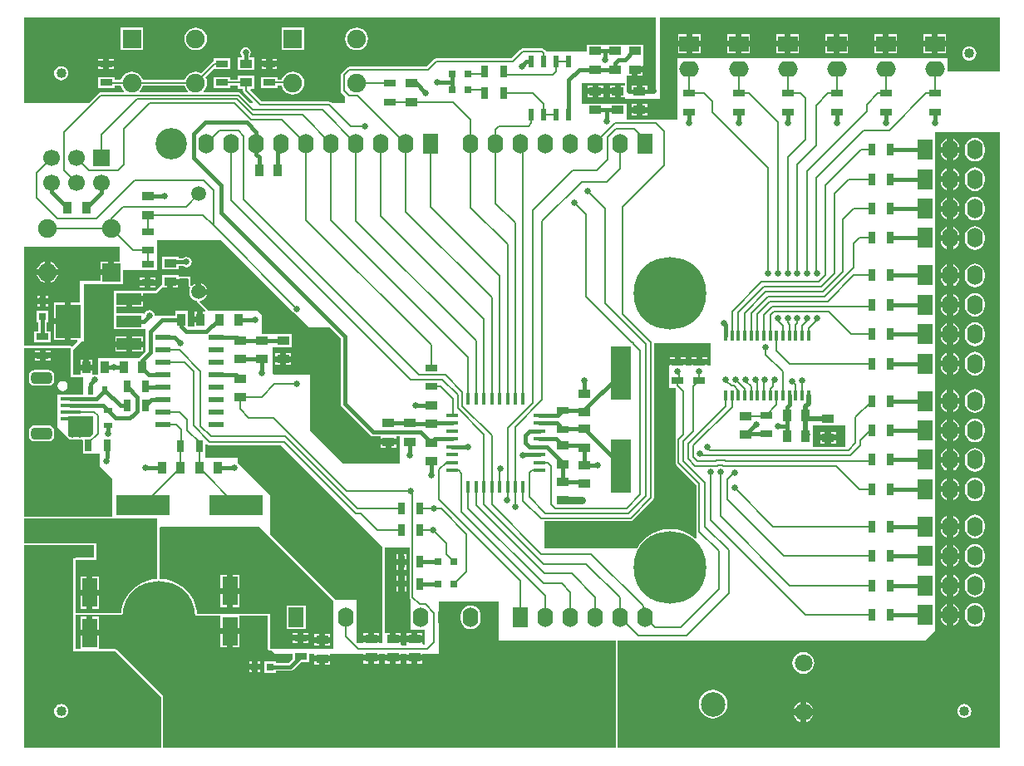
<source format=gtl>
G04 Layer_Physical_Order=1*
G04 Layer_Color=255*
%FSLAX25Y25*%
%MOIN*%
G70*
G01*
G75*
%ADD10R,0.05906X0.02362*%
%ADD11R,0.03150X0.03150*%
%ADD12R,0.05118X0.02756*%
%ADD13R,0.03543X0.02362*%
%ADD14R,0.02362X0.03543*%
%ADD15R,0.03543X0.05118*%
%ADD16R,0.21654X0.08268*%
%ADD17R,0.02756X0.05118*%
%ADD18R,0.05118X0.03543*%
%ADD19R,0.03150X0.03150*%
%ADD20R,0.06299X0.11811*%
%ADD21R,0.08268X0.21654*%
%ADD22R,0.01772X0.04724*%
%ADD23R,0.04724X0.01772*%
%ADD24C,0.04000*%
%ADD25R,0.01378X0.03937*%
%ADD26R,0.07874X0.10630*%
%ADD27R,0.09843X0.04724*%
%ADD28R,0.09843X0.13780*%
%ADD29R,0.02362X0.04724*%
%ADD30R,0.08268X0.01575*%
%ADD31C,0.00787*%
%ADD32C,0.01575*%
%ADD33C,0.01500*%
%ADD34C,0.03150*%
%ADD35C,0.01969*%
%ADD36C,0.12598*%
%ADD37C,0.09843*%
%ADD38C,0.07480*%
%ADD39R,0.07480X0.07480*%
%ADD40R,0.06299X0.07874*%
%ADD41O,0.06299X0.07874*%
%ADD42C,0.05906*%
%ADD43R,0.06693X0.06693*%
%ADD44C,0.06693*%
%ADD45R,0.07874X0.06299*%
%ADD46O,0.07874X0.06299*%
%ADD47C,0.07087*%
%ADD48C,0.29134*%
G04:AMPARAMS|DCode=49|XSize=84.65mil|YSize=47.24mil|CornerRadius=14.17mil|HoleSize=0mil|Usage=FLASHONLY|Rotation=0.000|XOffset=0mil|YOffset=0mil|HoleType=Round|Shape=RoundedRectangle|*
%AMROUNDEDRECTD49*
21,1,0.08465,0.01890,0,0,0.0*
21,1,0.05630,0.04724,0,0,0.0*
1,1,0.02835,0.02815,-0.00945*
1,1,0.02835,-0.02815,-0.00945*
1,1,0.02835,-0.02815,0.00945*
1,1,0.02835,0.02815,0.00945*
%
%ADD49ROUNDEDRECTD49*%
%ADD50C,0.02559*%
G36*
X392304Y272207D02*
X371200D01*
Y277559D01*
X262992D01*
Y273723D01*
X262958Y273465D01*
X262992Y273207D01*
Y253150D01*
X242520D01*
Y259449D01*
X224410D01*
Y267717D01*
X241732D01*
Y266742D01*
X240157D01*
Y264370D01*
Y261998D01*
X241732D01*
Y261417D01*
X255906D01*
Y293878D01*
X392304D01*
Y272207D01*
D02*
G37*
G36*
X254331Y264173D02*
X250797D01*
Y266742D01*
X248819D01*
Y264370D01*
X246457D01*
Y266742D01*
X244479D01*
Y264173D01*
X242620D01*
Y270660D01*
X244551D01*
Y273031D01*
X245732D01*
Y274213D01*
X248891D01*
Y274803D01*
X249213D01*
Y283071D01*
X226772D01*
Y283071D01*
X226638D01*
Y280315D01*
X210297D01*
X210163Y280517D01*
X210162Y280517D01*
X209513Y281167D01*
X209122Y281428D01*
X208661Y281519D01*
X208661Y281519D01*
X200787D01*
X200327Y281428D01*
X199936Y281167D01*
X199936Y281167D01*
X196352Y277582D01*
X166142D01*
X166142Y277582D01*
X165681Y277490D01*
X165290Y277229D01*
X162296Y274236D01*
X131299D01*
X130838Y274144D01*
X130448Y273883D01*
X129596Y273031D01*
X129528D01*
Y272963D01*
X128282Y271718D01*
X128021Y271327D01*
X127930Y270866D01*
X127930Y270866D01*
Y264567D01*
X127930Y264567D01*
X128021Y264106D01*
X128282Y263715D01*
X129528Y262470D01*
Y259842D01*
X124144D01*
X124080Y259907D01*
X123689Y260168D01*
X123228Y260259D01*
X123228Y260259D01*
X96168D01*
X91527Y264901D01*
X91734Y265401D01*
X93247D01*
Y270519D01*
X86554D01*
Y269118D01*
X83661D01*
Y270079D01*
X76968D01*
Y265748D01*
X83661D01*
Y266709D01*
X86554D01*
Y265401D01*
X88696D01*
Y264825D01*
X88696Y264824D01*
X88787Y264364D01*
X89048Y263973D01*
X92717Y260304D01*
X92526Y259842D01*
X91409D01*
X87605Y263647D01*
X87214Y263908D01*
X86753Y264000D01*
X86753Y264000D01*
X73056D01*
X72949Y264314D01*
X72923Y264499D01*
X73640Y265433D01*
X74096Y266535D01*
X74252Y267717D01*
X74096Y268899D01*
X73649Y269977D01*
X76608Y272937D01*
X76968Y273228D01*
Y273228D01*
X76968Y273228D01*
X83661D01*
Y277559D01*
X76968D01*
Y276520D01*
X76901Y276506D01*
X76511Y276245D01*
X71946Y271681D01*
X70867Y272128D01*
X69685Y272283D01*
X68503Y272128D01*
X67402Y271671D01*
X66456Y270946D01*
X65730Y270000D01*
X65283Y268921D01*
X48496D01*
X48049Y270000D01*
X47324Y270946D01*
X46378Y271671D01*
X45276Y272128D01*
X44094Y272283D01*
X42913Y272128D01*
X41811Y271671D01*
X40865Y270946D01*
X40140Y270000D01*
X39693Y268921D01*
X37205D01*
Y270079D01*
X30512D01*
Y265748D01*
X37205D01*
Y266512D01*
X39693D01*
X40140Y265433D01*
X40856Y264499D01*
X40830Y264314D01*
X40723Y264000D01*
X31693D01*
X31232Y263908D01*
X30841Y263647D01*
X30841Y263647D01*
X27037Y259842D01*
X1003D01*
Y293878D01*
X254331D01*
X254331Y264173D01*
D02*
G37*
G36*
X65730Y265433D02*
X66447Y264499D01*
X66421Y264314D01*
X66314Y264000D01*
X47465D01*
X47359Y264314D01*
X47333Y264499D01*
X48049Y265433D01*
X48496Y266512D01*
X65283D01*
X65730Y265433D01*
D02*
G37*
G36*
X63149Y189355D02*
X66560Y189355D01*
X66914Y189001D01*
Y186411D01*
X66919Y186385D01*
X66915Y186358D01*
X66949Y186232D01*
X66975Y186104D01*
X66990Y186082D01*
X66997Y186056D01*
X67076Y185952D01*
X67149Y185843D01*
X67171Y185828D01*
X67187Y185807D01*
X67300Y185742D01*
X67409Y185669D01*
X67365Y185179D01*
X67222Y184835D01*
X67094Y183858D01*
X67222Y182882D01*
X67599Y181972D01*
X68199Y181191D01*
X68980Y180591D01*
X69890Y180214D01*
X70089Y180188D01*
X70315Y180018D01*
X70500Y179827D01*
X70534Y179701D01*
X70560Y179573D01*
X70574Y179551D01*
X70581Y179525D01*
X70661Y179421D01*
X70734Y179312D01*
X73552Y176494D01*
X73345Y175994D01*
X72638D01*
Y172835D01*
X71457D01*
Y171653D01*
X69085D01*
Y170079D01*
X66535D01*
Y176181D01*
X61417D01*
Y174440D01*
X56299D01*
X56299Y174440D01*
X56144Y174409D01*
X53289D01*
X53128Y175216D01*
X52671Y175900D01*
X51988Y176356D01*
X51181Y176517D01*
X50375Y176356D01*
X49691Y175900D01*
X49234Y175216D01*
X49192Y175004D01*
X49122Y174968D01*
X48622Y175197D01*
Y175197D01*
X37811D01*
Y178140D01*
X41732D01*
Y181103D01*
X42913D01*
Y182284D01*
X48435D01*
Y183449D01*
X53543D01*
X53543Y183449D01*
X53851Y183510D01*
X54111Y183684D01*
X54111Y183684D01*
X55859Y185432D01*
X56290Y185620D01*
Y185620D01*
X56290Y185620D01*
X58268D01*
Y187992D01*
X59449D01*
Y189173D01*
X62834D01*
X63108Y189363D01*
X63149Y189355D01*
D02*
G37*
G36*
X39370Y196072D02*
X37008D01*
Y191732D01*
X35827D01*
Y190551D01*
X31487D01*
Y188189D01*
X23228D01*
Y179537D01*
X19685D01*
Y172047D01*
Y164558D01*
X22172D01*
X22363Y164095D01*
X20253Y161985D01*
X19992Y162159D01*
X19685Y162220D01*
X1003D01*
Y201969D01*
X39370D01*
Y196072D01*
D02*
G37*
G36*
X276378Y154331D02*
X274813D01*
Y154527D01*
X271654D01*
X268495D01*
Y154331D01*
X266151D01*
Y154527D01*
X262992D01*
X259833D01*
Y154331D01*
X259449D01*
Y145276D01*
X262205D01*
Y125196D01*
X262175Y125151D01*
X262083Y124690D01*
X262083Y124690D01*
Y115351D01*
X262083Y115351D01*
X262175Y114890D01*
X262436Y114499D01*
X270449Y106486D01*
Y87767D01*
X270449Y87767D01*
X270472Y87651D01*
Y85152D01*
X270018Y84943D01*
X269053Y85767D01*
X266992Y87030D01*
X264759Y87955D01*
X262409Y88519D01*
X260000Y88709D01*
X257591Y88519D01*
X255241Y87955D01*
X253008Y87030D01*
X250947Y85767D01*
X249109Y84198D01*
X247540Y82360D01*
X246769Y81102D01*
X209449D01*
Y91906D01*
X244094D01*
X244094Y91906D01*
X244555Y91998D01*
X244946Y92259D01*
X253115Y100428D01*
X253115Y100428D01*
X253376Y100819D01*
X253468Y101279D01*
X253468Y101280D01*
Y163386D01*
X276378D01*
Y154331D01*
D02*
G37*
G36*
X28632Y126989D02*
X27431Y125787D01*
X24409D01*
Y125787D01*
X24056Y125606D01*
X23927D01*
X23849Y125591D01*
X23770D01*
X23770Y125591D01*
X22687D01*
X22687Y125591D01*
X22608D01*
X22530Y125606D01*
X20777Y125606D01*
X20699Y125591D01*
X20620D01*
X20620Y125591D01*
X19537D01*
X19537Y125591D01*
X19458D01*
X19381Y125606D01*
X19276D01*
X18504Y126378D01*
X18504Y133858D01*
X28565Y133858D01*
X28632Y126989D01*
D02*
G37*
G36*
X330315Y121677D02*
X317323D01*
Y130315D01*
X330315D01*
Y121677D01*
D02*
G37*
G36*
X108294Y176351D02*
X108746Y175675D01*
X109422Y175224D01*
X114960Y169685D01*
X123714D01*
X127922Y165477D01*
Y138976D01*
X127922Y138976D01*
X128024Y138464D01*
X128044Y138362D01*
X128392Y137841D01*
X139810Y126424D01*
X139810Y126424D01*
X140330Y126076D01*
X140945Y125953D01*
X143790D01*
Y125000D01*
X146949D01*
X150108D01*
Y125953D01*
X151575D01*
Y114961D01*
X128740D01*
X115551Y128150D01*
Y150787D01*
X100787D01*
X100394Y151181D01*
Y153543D01*
Y161811D01*
X107480D01*
Y161811D01*
X108071D01*
Y166929D01*
X96063D01*
Y174803D01*
X94488Y176378D01*
X74803D01*
X71301Y179880D01*
X71462Y180353D01*
X71794Y180397D01*
X72658Y180755D01*
X73400Y181324D01*
X73970Y182067D01*
X74222Y182677D01*
X70866D01*
Y183858D01*
X69685D01*
Y187215D01*
X69074Y186962D01*
X68332Y186392D01*
X68217Y186241D01*
X67716Y186411D01*
Y190157D01*
X63149Y190157D01*
X62795Y190511D01*
Y190551D01*
X56102D01*
Y186811D01*
X53543Y184252D01*
X37008D01*
Y168898D01*
X49606D01*
Y160145D01*
X49304Y159843D01*
X49213D01*
X46850Y157480D01*
X30709D01*
Y150787D01*
X28159D01*
Y152362D01*
X25787D01*
X23416D01*
Y150787D01*
X20488D01*
Y160645D01*
X24016Y164173D01*
X24803D01*
Y187008D01*
X40551D01*
Y192520D01*
X54331Y192520D01*
X54331Y204724D01*
X79921Y204725D01*
X108294Y176351D01*
D02*
G37*
G36*
X19685Y149606D02*
X24409D01*
X24409Y142520D01*
X14173Y142520D01*
X14173Y129527D01*
X18898Y124803D01*
X19381Y124803D01*
X20079Y124664D01*
X20777Y124803D01*
X22530Y124803D01*
X23228Y124664D01*
X23927Y124803D01*
X24056D01*
X24409Y124450D01*
Y118898D01*
X31102D01*
Y114173D01*
X36220Y109055D01*
X36220Y93716D01*
X1003Y93716D01*
Y161417D01*
X19685D01*
Y149606D01*
D02*
G37*
G36*
X125000Y60039D02*
Y40650D01*
X99508D01*
Y49311D01*
X99508Y54724D01*
X70290D01*
X70212Y55717D01*
X69648Y58066D01*
X68723Y60299D01*
X67460Y62360D01*
X65891Y64198D01*
X64053Y65767D01*
X61992Y67030D01*
X59759Y67955D01*
X57409Y68519D01*
X55118Y68700D01*
Y89312D01*
X55472Y89665D01*
X56988Y89665D01*
X95374Y89665D01*
X125000Y60039D01*
D02*
G37*
G36*
X54331Y89389D02*
X54315Y89312D01*
Y68700D01*
X54279Y68652D01*
X52591Y68519D01*
X50241Y67955D01*
X48008Y67030D01*
X45947Y65767D01*
X44109Y64198D01*
X42540Y62360D01*
X41277Y60299D01*
X40352Y58066D01*
X39788Y55717D01*
X39741Y55118D01*
X21654D01*
Y76378D01*
X29921D01*
X29921Y83071D01*
X1003Y83071D01*
Y92913D01*
X54331Y92913D01*
Y89389D01*
D02*
G37*
G36*
X74913Y122510D02*
X75374Y122418D01*
X75374Y122418D01*
X103763D01*
X144587Y81595D01*
Y42913D01*
X143316D01*
Y43504D01*
X140157D01*
X136998D01*
Y42913D01*
X134449D01*
X134350Y43012D01*
Y60236D01*
X125764D01*
X125742Y60347D01*
X125568Y60607D01*
X125568Y60607D01*
X99410Y86765D01*
Y102461D01*
X98425Y103445D01*
X86417Y115453D01*
Y117323D01*
X73622D01*
X73425Y117741D01*
Y122736D01*
X74574D01*
X74913Y122510D01*
D02*
G37*
G36*
X155489Y61417D02*
X155489Y61417D01*
X155580Y60957D01*
X155841Y60566D01*
X155905Y60502D01*
Y48425D01*
X161417D01*
Y42422D01*
X161129Y42289D01*
X160639Y42570D01*
Y43504D01*
X157480D01*
X154321D01*
Y42313D01*
X153899Y42126D01*
X152400D01*
X151978Y42313D01*
X151978Y42626D01*
Y43504D01*
X148819D01*
Y44685D01*
X147638D01*
Y47057D01*
X145889D01*
X145660Y47057D01*
X145389Y47445D01*
Y81496D01*
X155489D01*
Y61417D01*
D02*
G37*
G36*
X191339Y44094D02*
X238189D01*
Y1003D01*
X56708D01*
Y21260D01*
X56708Y21260D01*
X56647Y21567D01*
X56473Y21827D01*
X56473Y21827D01*
X56080Y22221D01*
X56080Y22221D01*
X37969Y40332D01*
X37709Y40505D01*
X37402Y40567D01*
X30915D01*
Y45866D01*
X27165D01*
X23416D01*
Y40567D01*
X21654D01*
Y54315D01*
X39741D01*
X39864Y54340D01*
X39989Y54355D01*
X40017Y54370D01*
X40048Y54376D01*
X40152Y54446D01*
X40262Y54508D01*
X40282Y54533D01*
X40308Y54550D01*
X40378Y54655D01*
X40433Y54724D01*
X40433Y54724D01*
X69485D01*
X69490Y54661D01*
X69524Y54540D01*
X69549Y54417D01*
X69566Y54391D01*
X69575Y54360D01*
X69653Y54261D01*
X69723Y54157D01*
X69749Y54139D01*
X69769Y54114D01*
X69879Y54053D01*
X69983Y53983D01*
X70014Y53977D01*
X70042Y53961D01*
X70167Y53946D01*
X70290Y53922D01*
X79715D01*
Y49016D01*
X83465D01*
X87214D01*
Y53922D01*
X98705D01*
X98705Y49311D01*
Y40650D01*
X98766Y40342D01*
X98940Y40082D01*
X99201Y39908D01*
X99508Y39847D01*
X100311D01*
X101575Y38583D01*
X108465D01*
Y36523D01*
X107012Y35070D01*
X101969D01*
Y35827D01*
X97244D01*
Y31102D01*
X101969D01*
Y31859D01*
X107677D01*
X107677Y31859D01*
X108190Y31961D01*
X108292Y31981D01*
X108812Y32329D01*
X111916Y35433D01*
X115157D01*
Y38583D01*
X117313D01*
Y37992D01*
X120473D01*
X123632D01*
Y38583D01*
X136998D01*
Y38386D01*
X140157D01*
X143316D01*
Y38583D01*
X145660D01*
Y38386D01*
X148819D01*
X151978D01*
Y38583D01*
X154321D01*
Y38386D01*
X157480D01*
X160639D01*
Y38583D01*
X167323D01*
Y59842D01*
X191339D01*
Y44094D01*
D02*
G37*
G36*
X392304Y1003D02*
X238992D01*
Y44094D01*
X362205D01*
X366142Y48031D01*
Y248031D01*
X392304D01*
Y1003D01*
D02*
G37*
G36*
X28740Y79528D02*
Y77181D01*
X21654D01*
X21576Y77165D01*
X20472D01*
Y39764D01*
X37402D01*
X55512Y21654D01*
X55905Y21260D01*
Y1003D01*
X1003D01*
Y82268D01*
X28740Y82268D01*
Y79528D01*
D02*
G37*
%LPC*%
G36*
X370679Y287214D02*
X367323D01*
Y284646D01*
X370679D01*
Y287214D01*
D02*
G37*
G36*
X364961D02*
X361605D01*
Y284646D01*
X364961D01*
Y287214D01*
D02*
G37*
G36*
X350994D02*
X347638D01*
Y284646D01*
X350994D01*
Y287214D01*
D02*
G37*
G36*
X345276D02*
X341920D01*
Y284646D01*
X345276D01*
Y287214D01*
D02*
G37*
G36*
X331309D02*
X327953D01*
Y284646D01*
X331309D01*
Y287214D01*
D02*
G37*
G36*
X325590D02*
X322235D01*
Y284646D01*
X325590D01*
Y287214D01*
D02*
G37*
G36*
X311624D02*
X308268D01*
Y284646D01*
X311624D01*
Y287214D01*
D02*
G37*
G36*
X305906D02*
X302550D01*
Y284646D01*
X305906D01*
Y287214D01*
D02*
G37*
G36*
X291939D02*
X288583D01*
Y284646D01*
X291939D01*
Y287214D01*
D02*
G37*
G36*
X286221D02*
X282865D01*
Y284646D01*
X286221D01*
Y287214D01*
D02*
G37*
G36*
X272253D02*
X268898D01*
Y284646D01*
X272253D01*
Y287214D01*
D02*
G37*
G36*
X266535D02*
X263179D01*
Y284646D01*
X266535D01*
Y287214D01*
D02*
G37*
G36*
X370679Y282283D02*
X367323D01*
Y279715D01*
X370679D01*
Y282283D01*
D02*
G37*
G36*
X364961D02*
X361605D01*
Y279715D01*
X364961D01*
Y282283D01*
D02*
G37*
G36*
X350994D02*
X347638D01*
Y279715D01*
X350994D01*
Y282283D01*
D02*
G37*
G36*
X345276D02*
X341920D01*
Y279715D01*
X345276D01*
Y282283D01*
D02*
G37*
G36*
X331309D02*
X327953D01*
Y279715D01*
X331309D01*
Y282283D01*
D02*
G37*
G36*
X325590D02*
X322235D01*
Y279715D01*
X325590D01*
Y282283D01*
D02*
G37*
G36*
X311624D02*
X308268D01*
Y279715D01*
X311624D01*
Y282283D01*
D02*
G37*
G36*
X305906D02*
X302550D01*
Y279715D01*
X305906D01*
Y282283D01*
D02*
G37*
G36*
X291939D02*
X288583D01*
Y279715D01*
X291939D01*
Y282283D01*
D02*
G37*
G36*
X286221D02*
X282865D01*
Y279715D01*
X286221D01*
Y282283D01*
D02*
G37*
G36*
X272253D02*
X268898D01*
Y279715D01*
X272253D01*
Y282283D01*
D02*
G37*
G36*
X266535D02*
X263179D01*
Y279715D01*
X266535D01*
Y282283D01*
D02*
G37*
G36*
X379921Y282339D02*
X379194Y282243D01*
X378516Y281962D01*
X377933Y281516D01*
X377486Y280933D01*
X377206Y280255D01*
X377110Y279528D01*
X377206Y278800D01*
X377486Y278122D01*
X377933Y277540D01*
X378516Y277093D01*
X379194Y276812D01*
X379921Y276716D01*
X380649Y276812D01*
X381327Y277093D01*
X381909Y277540D01*
X382356Y278122D01*
X382637Y278800D01*
X382733Y279528D01*
X382637Y280255D01*
X382356Y280933D01*
X381909Y281516D01*
X381327Y281962D01*
X380649Y282243D01*
X379921Y282339D01*
D02*
G37*
G36*
X233080Y266742D02*
X231102D01*
Y265551D01*
X233080D01*
Y266742D01*
D02*
G37*
G36*
X228740D02*
X226762D01*
Y265551D01*
X228740D01*
Y266742D01*
D02*
G37*
G36*
X237795D02*
X235817D01*
Y265551D01*
X237795D01*
Y266742D01*
D02*
G37*
G36*
Y263189D02*
X235817D01*
Y261998D01*
X237795D01*
Y263189D01*
D02*
G37*
G36*
X233080Y263189D02*
X231102D01*
Y261998D01*
X233080D01*
Y263189D01*
D02*
G37*
G36*
X228740D02*
X226762D01*
Y261998D01*
X228740D01*
Y263189D01*
D02*
G37*
G36*
X250797Y259261D02*
X248819D01*
Y258071D01*
X250797D01*
Y259261D01*
D02*
G37*
G36*
X246457D02*
X244479D01*
Y258071D01*
X246457D01*
Y259261D01*
D02*
G37*
G36*
X250797Y255709D02*
X248819D01*
Y254518D01*
X250797D01*
Y255709D01*
D02*
G37*
G36*
X246457D02*
X244479D01*
Y254518D01*
X246457D01*
Y255709D01*
D02*
G37*
G36*
X113189Y289961D02*
X104134D01*
Y280906D01*
X113189D01*
Y289961D01*
D02*
G37*
G36*
X48622D02*
X39567D01*
Y280906D01*
X48622D01*
Y289961D01*
D02*
G37*
G36*
X134252Y290000D02*
X133070Y289844D01*
X131969Y289388D01*
X131023Y288662D01*
X130297Y287716D01*
X129841Y286615D01*
X129685Y285433D01*
X129841Y284251D01*
X130297Y283150D01*
X131023Y282204D01*
X131969Y281478D01*
X133070Y281022D01*
X134252Y280867D01*
X135434Y281022D01*
X136535Y281478D01*
X137481Y282204D01*
X138207Y283150D01*
X138663Y284251D01*
X138819Y285433D01*
X138663Y286615D01*
X138207Y287716D01*
X137481Y288662D01*
X136535Y289388D01*
X135434Y289844D01*
X134252Y290000D01*
D02*
G37*
G36*
X69685D02*
X68503Y289844D01*
X67402Y289388D01*
X66456Y288662D01*
X65730Y287716D01*
X65274Y286615D01*
X65118Y285433D01*
X65274Y284251D01*
X65730Y283150D01*
X66456Y282204D01*
X67402Y281478D01*
X68503Y281022D01*
X69685Y280867D01*
X70867Y281022D01*
X71968Y281478D01*
X72914Y282204D01*
X73640Y283150D01*
X74096Y284251D01*
X74252Y285433D01*
X74096Y286615D01*
X73640Y287716D01*
X72914Y288662D01*
X71968Y289388D01*
X70867Y289844D01*
X69685Y290000D01*
D02*
G37*
G36*
X37017Y277372D02*
X35039D01*
Y276575D01*
X37017D01*
Y277372D01*
D02*
G37*
G36*
X32677D02*
X30699D01*
Y276575D01*
X32677D01*
Y277372D01*
D02*
G37*
G36*
X102372D02*
X100394D01*
Y276575D01*
X102372D01*
Y277372D01*
D02*
G37*
G36*
X98032D02*
X96053D01*
Y276575D01*
X98032D01*
Y277372D01*
D02*
G37*
G36*
X102372Y274213D02*
X100394D01*
Y273416D01*
X102372D01*
Y274213D01*
D02*
G37*
G36*
X98032D02*
X96053D01*
Y273416D01*
X98032D01*
Y274213D01*
D02*
G37*
G36*
X37017Y274213D02*
X35039D01*
Y273416D01*
X37017D01*
Y274213D01*
D02*
G37*
G36*
X32677D02*
X30699D01*
Y273416D01*
X32677D01*
Y274213D01*
D02*
G37*
G36*
X89764Y282029D02*
X88957Y281868D01*
X88274Y281411D01*
X87817Y280728D01*
X87656Y279921D01*
X87817Y279115D01*
X88158Y278604D01*
Y277999D01*
X86554D01*
Y272881D01*
X93247D01*
Y277999D01*
X91369D01*
Y278604D01*
X91711Y279115D01*
X91871Y279921D01*
X91711Y280728D01*
X91254Y281411D01*
X90570Y281868D01*
X89764Y282029D01*
D02*
G37*
G36*
X248891Y271850D02*
X246914D01*
Y270660D01*
X248891D01*
Y271850D01*
D02*
G37*
G36*
X108661Y272283D02*
X107480Y272128D01*
X106378Y271671D01*
X105432Y270946D01*
X104707Y270000D01*
X104341Y269118D01*
X102559D01*
Y270079D01*
X95866D01*
Y265748D01*
X102559D01*
Y266709D01*
X104227D01*
X104250Y266535D01*
X104707Y265433D01*
X105432Y264487D01*
X106378Y263762D01*
X107480Y263305D01*
X108661Y263150D01*
X109843Y263305D01*
X110945Y263762D01*
X111890Y264487D01*
X112616Y265433D01*
X113072Y266535D01*
X113228Y267717D01*
X113072Y268899D01*
X112616Y270000D01*
X111890Y270946D01*
X110945Y271671D01*
X109843Y272128D01*
X108661Y272283D01*
D02*
G37*
G36*
X15748Y274465D02*
X15020Y274369D01*
X14342Y274088D01*
X13760Y273641D01*
X13313Y273059D01*
X13032Y272381D01*
X12937Y271654D01*
X13032Y270926D01*
X13313Y270248D01*
X13760Y269666D01*
X14342Y269219D01*
X15020Y268938D01*
X15748Y268842D01*
X16476Y268938D01*
X17154Y269219D01*
X17736Y269666D01*
X18183Y270248D01*
X18464Y270926D01*
X18560Y271654D01*
X18464Y272381D01*
X18183Y273059D01*
X17736Y273641D01*
X17154Y274088D01*
X16476Y274369D01*
X15748Y274465D01*
D02*
G37*
G36*
X62608Y186811D02*
X60630D01*
Y185620D01*
X62608D01*
Y186811D01*
D02*
G37*
G36*
X48435Y179921D02*
X44095D01*
Y178140D01*
X48435D01*
Y179921D01*
D02*
G37*
G36*
X70276Y175994D02*
X69085D01*
Y174016D01*
X70276D01*
Y175994D01*
D02*
G37*
G36*
X34646Y196072D02*
X31487D01*
Y192913D01*
X34646D01*
Y196072D01*
D02*
G37*
G36*
X11417Y195941D02*
Y192913D01*
X14445D01*
X14027Y193921D01*
X13332Y194828D01*
X12425Y195523D01*
X11417Y195941D01*
D02*
G37*
G36*
X9055Y195941D02*
X8047Y195523D01*
X7141Y194828D01*
X6445Y193921D01*
X6028Y192913D01*
X9055D01*
Y195941D01*
D02*
G37*
G36*
Y190551D02*
X6028D01*
X6445Y189543D01*
X7141Y188637D01*
X8047Y187941D01*
X9055Y187524D01*
Y190551D01*
D02*
G37*
G36*
X14445D02*
X11417D01*
Y187524D01*
X12425Y187941D01*
X13332Y188637D01*
X14027Y189543D01*
X14445Y190551D01*
D02*
G37*
G36*
X10442Y182490D02*
X9449D01*
Y181496D01*
X10442D01*
Y182490D01*
D02*
G37*
G36*
X7087D02*
X6093D01*
Y181496D01*
X7087D01*
Y182490D01*
D02*
G37*
G36*
X10442Y179134D02*
X9449D01*
Y178140D01*
X10442D01*
Y179134D01*
D02*
G37*
G36*
X7087D02*
X6093D01*
Y178140D01*
X7087D01*
Y179134D01*
D02*
G37*
G36*
X17323Y179537D02*
X12983D01*
Y173228D01*
X17323D01*
Y179537D01*
D02*
G37*
G36*
Y170866D02*
X12983D01*
Y164558D01*
X17323D01*
Y170866D01*
D02*
G37*
G36*
X10630Y176378D02*
X5906D01*
Y171653D01*
X6662D01*
Y168110D01*
X4921D01*
Y163779D01*
X11614D01*
Y168110D01*
X9873D01*
Y171653D01*
X10630D01*
Y176378D01*
D02*
G37*
G36*
X266151Y157687D02*
X264173D01*
Y156890D01*
X266151D01*
Y157687D01*
D02*
G37*
G36*
X261811D02*
X259833D01*
Y156890D01*
X261811D01*
Y157687D01*
D02*
G37*
G36*
X274813D02*
X272835D01*
Y156890D01*
X274813D01*
Y157687D01*
D02*
G37*
G36*
X270473D02*
X268495D01*
Y156890D01*
X270473D01*
Y157687D01*
D02*
G37*
G36*
X326387Y127765D02*
X324410D01*
Y126575D01*
X326387D01*
Y127765D01*
D02*
G37*
G36*
X322047D02*
X320069D01*
Y126575D01*
X322047D01*
Y127765D01*
D02*
G37*
G36*
X326387Y124213D02*
X324410D01*
Y123022D01*
X326387D01*
Y124213D01*
D02*
G37*
G36*
X322047D02*
X320069D01*
Y123022D01*
X322047D01*
Y124213D01*
D02*
G37*
G36*
X62795Y198031D02*
X56102D01*
Y192913D01*
X62795D01*
Y194261D01*
X64627D01*
X65138Y193919D01*
X65945Y193759D01*
X66751Y193919D01*
X67435Y194376D01*
X67892Y195060D01*
X68052Y195866D01*
X67892Y196673D01*
X67435Y197356D01*
X66751Y197813D01*
X65945Y197974D01*
X65138Y197813D01*
X64627Y197472D01*
X62795D01*
Y198031D01*
D02*
G37*
G36*
X53553Y189576D02*
X51575D01*
Y188780D01*
X53553D01*
Y189576D01*
D02*
G37*
G36*
X49213D02*
X47235D01*
Y188780D01*
X49213D01*
Y189576D01*
D02*
G37*
G36*
X53553Y186417D02*
X51575D01*
Y185620D01*
X53553D01*
Y186417D01*
D02*
G37*
G36*
X49213D02*
X47235D01*
Y185620D01*
X49213D01*
Y186417D01*
D02*
G37*
G36*
X72047Y187215D02*
Y185039D01*
X74222D01*
X73970Y185650D01*
X73400Y186392D01*
X72658Y186962D01*
X72047Y187215D01*
D02*
G37*
G36*
X48435Y165954D02*
X44095D01*
Y164173D01*
X48435D01*
Y165954D01*
D02*
G37*
G36*
X41732D02*
X37392D01*
Y164173D01*
X41732D01*
Y165954D01*
D02*
G37*
G36*
X48435Y161811D02*
X44095D01*
Y160030D01*
X48435D01*
Y161811D01*
D02*
G37*
G36*
X41732D02*
X37392D01*
Y160030D01*
X41732D01*
Y161811D01*
D02*
G37*
G36*
X107884Y159261D02*
X105906D01*
Y158071D01*
X107884D01*
Y159261D01*
D02*
G37*
G36*
X103543D02*
X101565D01*
Y158071D01*
X103543D01*
Y159261D01*
D02*
G37*
G36*
X28159Y156702D02*
X26968D01*
Y154725D01*
X28159D01*
Y156702D01*
D02*
G37*
G36*
X24606D02*
X23416D01*
Y154725D01*
X24606D01*
Y156702D01*
D02*
G37*
G36*
X107884Y155709D02*
X105906D01*
Y154518D01*
X107884D01*
Y155709D01*
D02*
G37*
G36*
X103543D02*
X101565D01*
Y154518D01*
X103543D01*
Y155709D01*
D02*
G37*
G36*
X150108Y122638D02*
X148130D01*
Y121447D01*
X150108D01*
Y122638D01*
D02*
G37*
G36*
X145768D02*
X143790D01*
Y121447D01*
X145768D01*
Y122638D01*
D02*
G37*
G36*
X11427Y160442D02*
X9449D01*
Y159646D01*
X11427D01*
Y160442D01*
D02*
G37*
G36*
X7087D02*
X5109D01*
Y159646D01*
X7087D01*
Y160442D01*
D02*
G37*
G36*
X11427Y157283D02*
X9449D01*
Y156487D01*
X11427D01*
Y157283D01*
D02*
G37*
G36*
X7087D02*
X5109D01*
Y156487D01*
X7087D01*
Y157283D01*
D02*
G37*
G36*
X10689Y152602D02*
X5059D01*
X4199Y152431D01*
X3470Y151944D01*
X2982Y151215D01*
X2811Y150354D01*
Y148465D01*
X2982Y147604D01*
X3470Y146875D01*
X4199Y146388D01*
X5059Y146217D01*
X10689D01*
X11549Y146388D01*
X12279Y146875D01*
X12766Y147604D01*
X12937Y148465D01*
Y150354D01*
X12766Y151215D01*
X12279Y151944D01*
X11549Y152431D01*
X10689Y152602D01*
D02*
G37*
G36*
X16339Y148169D02*
X15571Y148016D01*
X14919Y147581D01*
X14484Y146930D01*
X14332Y146161D01*
X14484Y145393D01*
X14919Y144742D01*
X15571Y144307D01*
X16339Y144154D01*
X17107Y144307D01*
X17758Y144742D01*
X18193Y145393D01*
X18346Y146161D01*
X18193Y146930D01*
X17758Y147581D01*
X17107Y148016D01*
X16339Y148169D01*
D02*
G37*
G36*
X10689Y130358D02*
X5059D01*
X4199Y130187D01*
X3470Y129700D01*
X2982Y128971D01*
X2811Y128110D01*
Y126221D01*
X2982Y125360D01*
X3470Y124631D01*
X4199Y124144D01*
X5059Y123973D01*
X10689D01*
X11549Y124144D01*
X12279Y124631D01*
X12766Y125360D01*
X12937Y126221D01*
Y128110D01*
X12766Y128971D01*
X12279Y129700D01*
X11549Y130187D01*
X10689Y130358D01*
D02*
G37*
G36*
X87214Y70482D02*
X84646D01*
Y65158D01*
X87214D01*
Y70482D01*
D02*
G37*
G36*
X82284D02*
X79715D01*
Y65158D01*
X82284D01*
Y70482D01*
D02*
G37*
G36*
X87214Y62795D02*
X84646D01*
Y57471D01*
X87214D01*
Y62795D01*
D02*
G37*
G36*
X82284D02*
X79715D01*
Y57471D01*
X82284D01*
Y62795D01*
D02*
G37*
G36*
X113937Y58031D02*
X106063D01*
Y48583D01*
X113937D01*
Y58031D01*
D02*
G37*
G36*
X114970Y47057D02*
X112992D01*
Y46260D01*
X114970D01*
Y47057D01*
D02*
G37*
G36*
X110630D02*
X108652D01*
Y46260D01*
X110630D01*
Y47057D01*
D02*
G37*
G36*
X123632Y46663D02*
X121654D01*
Y45472D01*
X123632D01*
Y46663D01*
D02*
G37*
G36*
X119291D02*
X117313D01*
Y45472D01*
X119291D01*
Y46663D01*
D02*
G37*
G36*
X114970Y43898D02*
X112992D01*
Y43101D01*
X114970D01*
Y43898D01*
D02*
G37*
G36*
X110630D02*
X108652D01*
Y43101D01*
X110630D01*
Y43898D01*
D02*
G37*
G36*
X123632Y43110D02*
X121654D01*
Y41920D01*
X123632D01*
Y43110D01*
D02*
G37*
G36*
X119291D02*
X117313D01*
Y41920D01*
X119291D01*
Y43110D01*
D02*
G37*
G36*
X30915Y69695D02*
X28346D01*
Y64370D01*
X30915D01*
Y69695D01*
D02*
G37*
G36*
X25984D02*
X23416D01*
Y64370D01*
X25984D01*
Y69695D01*
D02*
G37*
G36*
X30915Y62008D02*
X28346D01*
Y56683D01*
X30915D01*
Y62008D01*
D02*
G37*
G36*
X25984D02*
X23416D01*
Y56683D01*
X25984D01*
Y62008D01*
D02*
G37*
G36*
X143316Y47057D02*
X141339D01*
Y45866D01*
X143316D01*
Y47057D01*
D02*
G37*
G36*
X138976D02*
X136998D01*
Y45866D01*
X138976D01*
Y47057D01*
D02*
G37*
G36*
X154131Y78720D02*
X153335D01*
Y76743D01*
X154131D01*
Y78720D01*
D02*
G37*
G36*
X150973D02*
X150176D01*
Y76743D01*
X150973D01*
Y78720D01*
D02*
G37*
G36*
X154131Y74380D02*
X153335D01*
Y72402D01*
X154131D01*
Y74380D01*
D02*
G37*
G36*
X150973D02*
X150176D01*
Y72402D01*
X150973D01*
Y74380D01*
D02*
G37*
G36*
X154191Y69904D02*
X153395D01*
Y67926D01*
X154191D01*
Y69904D01*
D02*
G37*
G36*
X151032D02*
X150235D01*
Y67926D01*
X151032D01*
Y69904D01*
D02*
G37*
G36*
X154191Y65564D02*
X153395D01*
Y63586D01*
X154191D01*
Y65564D01*
D02*
G37*
G36*
X151032D02*
X150235D01*
Y63586D01*
X151032D01*
Y65564D01*
D02*
G37*
G36*
X150000Y47057D02*
Y45866D01*
X151978D01*
Y47057D01*
X150000D01*
D02*
G37*
G36*
X160639D02*
X158661D01*
Y45866D01*
X160639D01*
Y47057D01*
D02*
G37*
G36*
X156299D02*
X154321D01*
Y45866D01*
X156299D01*
Y47057D01*
D02*
G37*
G36*
X180000Y58065D02*
X178972Y57930D01*
X178015Y57534D01*
X177192Y56902D01*
X176561Y56080D01*
X176164Y55122D01*
X176029Y54094D01*
Y52520D01*
X176164Y51492D01*
X176561Y50534D01*
X177192Y49712D01*
X178015Y49081D01*
X178972Y48684D01*
X180000Y48549D01*
X181028Y48684D01*
X181985Y49081D01*
X182808Y49712D01*
X183439Y50534D01*
X183836Y51492D01*
X183971Y52520D01*
Y54094D01*
X183836Y55122D01*
X183439Y56080D01*
X182808Y56902D01*
X181985Y57534D01*
X181028Y57930D01*
X180000Y58065D01*
D02*
G37*
G36*
X30915Y53553D02*
X28346D01*
Y48228D01*
X30915D01*
Y53553D01*
D02*
G37*
G36*
X25984D02*
X23416D01*
Y48228D01*
X25984D01*
Y53553D01*
D02*
G37*
G36*
X87214Y46654D02*
X84646D01*
Y41329D01*
X87214D01*
Y46654D01*
D02*
G37*
G36*
X82284D02*
X79715D01*
Y41329D01*
X82284D01*
Y46654D01*
D02*
G37*
G36*
X160639Y36024D02*
X158661D01*
Y34833D01*
X160639D01*
Y36024D01*
D02*
G37*
G36*
X156299D02*
X154321D01*
Y34833D01*
X156299D01*
Y36024D01*
D02*
G37*
G36*
X151978Y36024D02*
X150000D01*
Y34833D01*
X151978D01*
Y36024D01*
D02*
G37*
G36*
X147638D02*
X145660D01*
Y34833D01*
X147638D01*
Y36024D01*
D02*
G37*
G36*
X143316Y36024D02*
X141339D01*
Y34833D01*
X143316D01*
Y36024D01*
D02*
G37*
G36*
X138976D02*
X136998D01*
Y34833D01*
X138976D01*
Y36024D01*
D02*
G37*
G36*
X95482Y35639D02*
X94488D01*
Y34646D01*
X95482D01*
Y35639D01*
D02*
G37*
G36*
X92126D02*
X91132D01*
Y34646D01*
X92126D01*
Y35639D01*
D02*
G37*
G36*
X123632Y35630D02*
X121654D01*
Y34439D01*
X123632D01*
Y35630D01*
D02*
G37*
G36*
X119291D02*
X117313D01*
Y34439D01*
X119291D01*
Y35630D01*
D02*
G37*
G36*
X95482Y32283D02*
X94488D01*
Y31290D01*
X95482D01*
Y32283D01*
D02*
G37*
G36*
X92126D02*
X91132D01*
Y31290D01*
X92126D01*
Y32283D01*
D02*
G37*
G36*
X373386Y245302D02*
Y242126D01*
X375935D01*
X375858Y242711D01*
X375480Y243623D01*
X374879Y244407D01*
X374096Y245008D01*
X373386Y245302D01*
D02*
G37*
G36*
X371024Y245302D02*
X370314Y245008D01*
X369531Y244407D01*
X368929Y243623D01*
X368552Y242711D01*
X368475Y242126D01*
X371024D01*
Y245302D01*
D02*
G37*
G36*
X375935Y239764D02*
X373386D01*
Y236588D01*
X374096Y236882D01*
X374879Y237483D01*
X375480Y238266D01*
X375858Y239179D01*
X375935Y239764D01*
D02*
G37*
G36*
X371024D02*
X368475D01*
X368552Y239179D01*
X368929Y238266D01*
X369531Y237483D01*
X370314Y236882D01*
X371024Y236588D01*
Y239764D01*
D02*
G37*
G36*
X382205Y245703D02*
X381177Y245568D01*
X380219Y245171D01*
X379397Y244540D01*
X378766Y243718D01*
X378369Y242760D01*
X378234Y241732D01*
Y240158D01*
X378369Y239130D01*
X378766Y238172D01*
X379397Y237350D01*
X380219Y236719D01*
X381177Y236322D01*
X382205Y236187D01*
X383232Y236322D01*
X384190Y236719D01*
X385013Y237350D01*
X385644Y238172D01*
X386040Y239130D01*
X386176Y240158D01*
Y241732D01*
X386040Y242760D01*
X385644Y243718D01*
X385013Y244540D01*
X384190Y245171D01*
X383232Y245568D01*
X382205Y245703D01*
D02*
G37*
G36*
X373386Y233490D02*
Y230315D01*
X375935D01*
X375858Y230900D01*
X375480Y231812D01*
X374879Y232595D01*
X374096Y233196D01*
X373386Y233490D01*
D02*
G37*
G36*
X371024Y233491D02*
X370314Y233196D01*
X369531Y232595D01*
X368929Y231812D01*
X368552Y230900D01*
X368475Y230315D01*
X371024D01*
Y233491D01*
D02*
G37*
G36*
X375935Y227953D02*
X373386D01*
Y224777D01*
X374096Y225071D01*
X374879Y225672D01*
X375480Y226455D01*
X375858Y227368D01*
X375935Y227953D01*
D02*
G37*
G36*
X371024D02*
X368475D01*
X368552Y227368D01*
X368929Y226455D01*
X369531Y225672D01*
X370314Y225071D01*
X371024Y224777D01*
Y227953D01*
D02*
G37*
G36*
X382205Y233892D02*
X381177Y233757D01*
X380219Y233360D01*
X379397Y232729D01*
X378766Y231907D01*
X378369Y230949D01*
X378234Y229921D01*
Y228346D01*
X378369Y227319D01*
X378766Y226361D01*
X379397Y225538D01*
X380219Y224907D01*
X381177Y224511D01*
X382205Y224376D01*
X383232Y224511D01*
X384190Y224907D01*
X385013Y225538D01*
X385644Y226361D01*
X386040Y227319D01*
X386176Y228346D01*
Y229921D01*
X386040Y230949D01*
X385644Y231907D01*
X385013Y232729D01*
X384190Y233360D01*
X383232Y233757D01*
X382205Y233892D01*
D02*
G37*
G36*
X373386Y221679D02*
Y218504D01*
X375935D01*
X375858Y219089D01*
X375480Y220001D01*
X374879Y220784D01*
X374096Y221386D01*
X373386Y221679D01*
D02*
G37*
G36*
X371024Y221680D02*
X370314Y221386D01*
X369531Y220784D01*
X368929Y220001D01*
X368552Y219089D01*
X368475Y218504D01*
X371024D01*
Y221680D01*
D02*
G37*
G36*
X375935Y216142D02*
X373386D01*
Y212966D01*
X374096Y213260D01*
X374879Y213861D01*
X375480Y214644D01*
X375858Y215557D01*
X375935Y216142D01*
D02*
G37*
G36*
X371024D02*
X368475D01*
X368552Y215557D01*
X368929Y214644D01*
X369531Y213861D01*
X370314Y213260D01*
X371024Y212966D01*
Y216142D01*
D02*
G37*
G36*
X382205Y222081D02*
X381177Y221946D01*
X380219Y221549D01*
X379397Y220918D01*
X378766Y220096D01*
X378369Y219138D01*
X378234Y218110D01*
Y216535D01*
X378369Y215508D01*
X378766Y214550D01*
X379397Y213727D01*
X380219Y213096D01*
X381177Y212700D01*
X382205Y212564D01*
X383232Y212700D01*
X384190Y213096D01*
X385013Y213727D01*
X385644Y214550D01*
X386040Y215508D01*
X386176Y216535D01*
Y218110D01*
X386040Y219138D01*
X385644Y220096D01*
X385013Y220918D01*
X384190Y221549D01*
X383232Y221946D01*
X382205Y222081D01*
D02*
G37*
G36*
X373386Y209869D02*
Y206693D01*
X375935D01*
X375858Y207278D01*
X375480Y208190D01*
X374879Y208974D01*
X374096Y209575D01*
X373386Y209869D01*
D02*
G37*
G36*
X371024Y209869D02*
X370314Y209575D01*
X369531Y208974D01*
X368929Y208190D01*
X368552Y207278D01*
X368475Y206693D01*
X371024D01*
Y209869D01*
D02*
G37*
G36*
X375935Y204331D02*
X373386D01*
Y201155D01*
X374096Y201449D01*
X374879Y202050D01*
X375480Y202833D01*
X375858Y203746D01*
X375935Y204331D01*
D02*
G37*
G36*
X371024D02*
X368475D01*
X368552Y203746D01*
X368929Y202833D01*
X369531Y202050D01*
X370314Y201449D01*
X371024Y201155D01*
Y204331D01*
D02*
G37*
G36*
X382205Y210270D02*
X381177Y210135D01*
X380219Y209738D01*
X379397Y209107D01*
X378766Y208285D01*
X378369Y207327D01*
X378234Y206299D01*
Y204724D01*
X378369Y203697D01*
X378766Y202739D01*
X379397Y201917D01*
X380219Y201285D01*
X381177Y200889D01*
X382205Y200753D01*
X383232Y200889D01*
X384190Y201285D01*
X385013Y201917D01*
X385644Y202739D01*
X386040Y203697D01*
X386176Y204724D01*
Y206299D01*
X386040Y207327D01*
X385644Y208285D01*
X385013Y209107D01*
X384190Y209738D01*
X383232Y210135D01*
X382205Y210270D01*
D02*
G37*
G36*
X373386Y194908D02*
Y191732D01*
X375935D01*
X375858Y192317D01*
X375480Y193230D01*
X374879Y194013D01*
X374096Y194614D01*
X373386Y194908D01*
D02*
G37*
G36*
X371024Y194908D02*
X370314Y194614D01*
X369531Y194013D01*
X368929Y193230D01*
X368552Y192317D01*
X368475Y191732D01*
X371024D01*
Y194908D01*
D02*
G37*
G36*
X375935Y189370D02*
X373386D01*
Y186195D01*
X374096Y186488D01*
X374879Y187090D01*
X375480Y187873D01*
X375858Y188785D01*
X375935Y189370D01*
D02*
G37*
G36*
X371024D02*
X368475D01*
X368552Y188785D01*
X368929Y187873D01*
X369531Y187090D01*
X370314Y186488D01*
X371024Y186194D01*
Y189370D01*
D02*
G37*
G36*
X382205Y195310D02*
X381177Y195174D01*
X380219Y194778D01*
X379397Y194147D01*
X378766Y193324D01*
X378369Y192366D01*
X378234Y191339D01*
Y189764D01*
X378369Y188736D01*
X378766Y187778D01*
X379397Y186956D01*
X380219Y186325D01*
X381177Y185928D01*
X382205Y185793D01*
X383232Y185928D01*
X384190Y186325D01*
X385013Y186956D01*
X385644Y187778D01*
X386040Y188736D01*
X386176Y189764D01*
Y191339D01*
X386040Y192366D01*
X385644Y193324D01*
X385013Y194147D01*
X384190Y194778D01*
X383232Y195174D01*
X382205Y195310D01*
D02*
G37*
G36*
X373386Y183097D02*
Y179921D01*
X375935D01*
X375858Y180506D01*
X375480Y181419D01*
X374879Y182202D01*
X374096Y182803D01*
X373386Y183097D01*
D02*
G37*
G36*
X371024Y183097D02*
X370314Y182803D01*
X369531Y182202D01*
X368929Y181419D01*
X368552Y180506D01*
X368475Y179921D01*
X371024D01*
Y183097D01*
D02*
G37*
G36*
X375935Y177559D02*
X373386D01*
Y174383D01*
X374096Y174678D01*
X374879Y175278D01*
X375480Y176062D01*
X375858Y176974D01*
X375935Y177559D01*
D02*
G37*
G36*
X371024D02*
X368475D01*
X368552Y176974D01*
X368929Y176062D01*
X369531Y175278D01*
X370314Y174678D01*
X371024Y174383D01*
Y177559D01*
D02*
G37*
G36*
X382205Y183499D02*
X381177Y183363D01*
X380219Y182966D01*
X379397Y182335D01*
X378766Y181513D01*
X378369Y180555D01*
X378234Y179528D01*
Y177953D01*
X378369Y176925D01*
X378766Y175967D01*
X379397Y175145D01*
X380219Y174514D01*
X381177Y174117D01*
X382205Y173982D01*
X383232Y174117D01*
X384190Y174514D01*
X385013Y175145D01*
X385644Y175967D01*
X386040Y176925D01*
X386176Y177953D01*
Y179528D01*
X386040Y180555D01*
X385644Y181513D01*
X385013Y182335D01*
X384190Y182966D01*
X383232Y183363D01*
X382205Y183499D01*
D02*
G37*
G36*
X373386Y171286D02*
Y168110D01*
X375935D01*
X375858Y168695D01*
X375480Y169607D01*
X374879Y170391D01*
X374096Y170992D01*
X373386Y171286D01*
D02*
G37*
G36*
X371024Y171286D02*
X370314Y170992D01*
X369531Y170391D01*
X368929Y169607D01*
X368552Y168695D01*
X368475Y168110D01*
X371024D01*
Y171286D01*
D02*
G37*
G36*
X375935Y165748D02*
X373386D01*
Y162572D01*
X374096Y162866D01*
X374879Y163468D01*
X375480Y164251D01*
X375858Y165163D01*
X375935Y165748D01*
D02*
G37*
G36*
X371024D02*
X368475D01*
X368552Y165163D01*
X368929Y164251D01*
X369531Y163468D01*
X370314Y162866D01*
X371024Y162572D01*
Y165748D01*
D02*
G37*
G36*
X382205Y171687D02*
X381177Y171552D01*
X380219Y171156D01*
X379397Y170524D01*
X378766Y169702D01*
X378369Y168744D01*
X378234Y167717D01*
Y166142D01*
X378369Y165114D01*
X378766Y164156D01*
X379397Y163334D01*
X380219Y162703D01*
X381177Y162306D01*
X382205Y162171D01*
X383232Y162306D01*
X384190Y162703D01*
X385013Y163334D01*
X385644Y164156D01*
X386040Y165114D01*
X386176Y166142D01*
Y167717D01*
X386040Y168744D01*
X385644Y169702D01*
X385013Y170524D01*
X384190Y171156D01*
X383232Y171552D01*
X382205Y171687D01*
D02*
G37*
G36*
X373386Y159475D02*
Y156299D01*
X375935D01*
X375858Y156884D01*
X375480Y157797D01*
X374879Y158580D01*
X374096Y159181D01*
X373386Y159475D01*
D02*
G37*
G36*
X371024Y159475D02*
X370314Y159181D01*
X369531Y158580D01*
X368929Y157797D01*
X368552Y156884D01*
X368475Y156299D01*
X371024D01*
Y159475D01*
D02*
G37*
G36*
X375935Y153937D02*
X373386D01*
Y150761D01*
X374096Y151055D01*
X374879Y151656D01*
X375480Y152440D01*
X375858Y153352D01*
X375935Y153937D01*
D02*
G37*
G36*
X371024D02*
X368475D01*
X368552Y153352D01*
X368929Y152440D01*
X369531Y151656D01*
X370314Y151055D01*
X371024Y150761D01*
Y153937D01*
D02*
G37*
G36*
X382205Y159877D02*
X381177Y159741D01*
X380219Y159344D01*
X379397Y158713D01*
X378766Y157891D01*
X378369Y156933D01*
X378234Y155905D01*
Y154331D01*
X378369Y153303D01*
X378766Y152345D01*
X379397Y151523D01*
X380219Y150892D01*
X381177Y150495D01*
X382205Y150360D01*
X383232Y150495D01*
X384190Y150892D01*
X385013Y151523D01*
X385644Y152345D01*
X386040Y153303D01*
X386176Y154331D01*
Y155905D01*
X386040Y156933D01*
X385644Y157891D01*
X385013Y158713D01*
X384190Y159344D01*
X383232Y159741D01*
X382205Y159877D01*
D02*
G37*
G36*
X373386Y144514D02*
Y141339D01*
X375935D01*
X375858Y141924D01*
X375480Y142836D01*
X374879Y143619D01*
X374096Y144220D01*
X373386Y144514D01*
D02*
G37*
G36*
X371024Y144514D02*
X370314Y144220D01*
X369531Y143619D01*
X368929Y142836D01*
X368552Y141924D01*
X368475Y141339D01*
X371024D01*
Y144514D01*
D02*
G37*
G36*
X375935Y138976D02*
X373386D01*
Y135801D01*
X374096Y136095D01*
X374879Y136696D01*
X375480Y137479D01*
X375858Y138391D01*
X375935Y138976D01*
D02*
G37*
G36*
X371024D02*
X368475D01*
X368552Y138391D01*
X368929Y137479D01*
X369531Y136696D01*
X370314Y136095D01*
X371024Y135801D01*
Y138976D01*
D02*
G37*
G36*
X382205Y144916D02*
X381177Y144781D01*
X380219Y144384D01*
X379397Y143753D01*
X378766Y142930D01*
X378369Y141973D01*
X378234Y140945D01*
Y139370D01*
X378369Y138342D01*
X378766Y137385D01*
X379397Y136562D01*
X380219Y135931D01*
X381177Y135534D01*
X382205Y135399D01*
X383232Y135534D01*
X384190Y135931D01*
X385013Y136562D01*
X385644Y137385D01*
X386040Y138342D01*
X386176Y139370D01*
Y140945D01*
X386040Y141973D01*
X385644Y142930D01*
X385013Y143753D01*
X384190Y144384D01*
X383232Y144781D01*
X382205Y144916D01*
D02*
G37*
G36*
X373386Y132703D02*
Y129527D01*
X375935D01*
X375858Y130113D01*
X375480Y131025D01*
X374879Y131808D01*
X374096Y132409D01*
X373386Y132703D01*
D02*
G37*
G36*
X371024Y132703D02*
X370314Y132409D01*
X369531Y131808D01*
X368929Y131025D01*
X368552Y130113D01*
X368475Y129527D01*
X371024D01*
Y132703D01*
D02*
G37*
G36*
X375935Y127165D02*
X373386D01*
Y123990D01*
X374096Y124284D01*
X374879Y124885D01*
X375480Y125668D01*
X375858Y126580D01*
X375935Y127165D01*
D02*
G37*
G36*
X371024D02*
X368475D01*
X368552Y126580D01*
X368929Y125668D01*
X369531Y124885D01*
X370314Y124284D01*
X371024Y123990D01*
Y127165D01*
D02*
G37*
G36*
X382205Y133105D02*
X381177Y132969D01*
X380219Y132573D01*
X379397Y131942D01*
X378766Y131119D01*
X378369Y130162D01*
X378234Y129134D01*
Y127559D01*
X378369Y126531D01*
X378766Y125574D01*
X379397Y124751D01*
X380219Y124120D01*
X381177Y123723D01*
X382205Y123588D01*
X383232Y123723D01*
X384190Y124120D01*
X385013Y124751D01*
X385644Y125574D01*
X386040Y126531D01*
X386176Y127559D01*
Y129134D01*
X386040Y130162D01*
X385644Y131119D01*
X385013Y131942D01*
X384190Y132573D01*
X383232Y132969D01*
X382205Y133105D01*
D02*
G37*
G36*
X373386Y120892D02*
Y117716D01*
X375935D01*
X375858Y118302D01*
X375480Y119214D01*
X374879Y119997D01*
X374096Y120598D01*
X373386Y120892D01*
D02*
G37*
G36*
X371024Y120892D02*
X370314Y120598D01*
X369531Y119997D01*
X368929Y119214D01*
X368552Y118302D01*
X368475Y117716D01*
X371024D01*
Y120892D01*
D02*
G37*
G36*
X375935Y115354D02*
X373386D01*
Y112179D01*
X374096Y112473D01*
X374879Y113074D01*
X375480Y113857D01*
X375858Y114769D01*
X375935Y115354D01*
D02*
G37*
G36*
X371024D02*
X368475D01*
X368552Y114769D01*
X368929Y113857D01*
X369531Y113074D01*
X370314Y112473D01*
X371024Y112179D01*
Y115354D01*
D02*
G37*
G36*
X382205Y121294D02*
X381177Y121159D01*
X380219Y120762D01*
X379397Y120131D01*
X378766Y119308D01*
X378369Y118351D01*
X378234Y117323D01*
Y115748D01*
X378369Y114720D01*
X378766Y113762D01*
X379397Y112940D01*
X380219Y112309D01*
X381177Y111912D01*
X382205Y111777D01*
X383232Y111912D01*
X384190Y112309D01*
X385013Y112940D01*
X385644Y113762D01*
X386040Y114720D01*
X386176Y115748D01*
Y117323D01*
X386040Y118351D01*
X385644Y119308D01*
X385013Y120131D01*
X384190Y120762D01*
X383232Y121159D01*
X382205Y121294D01*
D02*
G37*
G36*
X373386Y109081D02*
Y105905D01*
X375935D01*
X375858Y106491D01*
X375480Y107403D01*
X374879Y108186D01*
X374096Y108787D01*
X373386Y109081D01*
D02*
G37*
G36*
X371024Y109081D02*
X370314Y108787D01*
X369531Y108186D01*
X368929Y107403D01*
X368552Y106491D01*
X368475Y105905D01*
X371024D01*
Y109081D01*
D02*
G37*
G36*
X375935Y103543D02*
X373386D01*
Y100368D01*
X374096Y100662D01*
X374879Y101263D01*
X375480Y102046D01*
X375858Y102958D01*
X375935Y103543D01*
D02*
G37*
G36*
X371024D02*
X368475D01*
X368552Y102958D01*
X368929Y102046D01*
X369531Y101263D01*
X370314Y100662D01*
X371024Y100368D01*
Y103543D01*
D02*
G37*
G36*
X382205Y109483D02*
X381177Y109347D01*
X380219Y108951D01*
X379397Y108320D01*
X378766Y107497D01*
X378369Y106540D01*
X378234Y105512D01*
Y103937D01*
X378369Y102909D01*
X378766Y101952D01*
X379397Y101129D01*
X380219Y100498D01*
X381177Y100101D01*
X382205Y99966D01*
X383232Y100101D01*
X384190Y100498D01*
X385013Y101129D01*
X385644Y101952D01*
X386040Y102909D01*
X386176Y103937D01*
Y105512D01*
X386040Y106540D01*
X385644Y107497D01*
X385013Y108320D01*
X384190Y108951D01*
X383232Y109347D01*
X382205Y109483D01*
D02*
G37*
G36*
X373386Y94120D02*
Y90945D01*
X375935D01*
X375858Y91530D01*
X375480Y92442D01*
X374879Y93225D01*
X374096Y93827D01*
X373386Y94120D01*
D02*
G37*
G36*
X371024Y94121D02*
X370314Y93827D01*
X369531Y93225D01*
X368929Y92442D01*
X368552Y91530D01*
X368475Y90945D01*
X371024D01*
Y94121D01*
D02*
G37*
G36*
X375935Y88583D02*
X373386D01*
Y85407D01*
X374096Y85701D01*
X374879Y86302D01*
X375480Y87085D01*
X375858Y87998D01*
X375935Y88583D01*
D02*
G37*
G36*
X371024D02*
X368475D01*
X368552Y87998D01*
X368929Y87085D01*
X369531Y86302D01*
X370314Y85701D01*
X371024Y85407D01*
Y88583D01*
D02*
G37*
G36*
X382205Y94522D02*
X381177Y94387D01*
X380219Y93990D01*
X379397Y93359D01*
X378766Y92537D01*
X378369Y91579D01*
X378234Y90551D01*
Y88976D01*
X378369Y87949D01*
X378766Y86991D01*
X379397Y86168D01*
X380219Y85537D01*
X381177Y85141D01*
X382205Y85005D01*
X383232Y85141D01*
X384190Y85537D01*
X385013Y86168D01*
X385644Y86991D01*
X386040Y87949D01*
X386176Y88976D01*
Y90551D01*
X386040Y91579D01*
X385644Y92537D01*
X385013Y93359D01*
X384190Y93990D01*
X383232Y94387D01*
X382205Y94522D01*
D02*
G37*
G36*
X373386Y82309D02*
Y79134D01*
X375935D01*
X375858Y79719D01*
X375480Y80631D01*
X374879Y81414D01*
X374096Y82015D01*
X373386Y82309D01*
D02*
G37*
G36*
X371024Y82310D02*
X370314Y82015D01*
X369531Y81414D01*
X368929Y80631D01*
X368552Y79719D01*
X368475Y79134D01*
X371024D01*
Y82310D01*
D02*
G37*
G36*
X375935Y76772D02*
X373386D01*
Y73596D01*
X374096Y73890D01*
X374879Y74491D01*
X375480Y75274D01*
X375858Y76187D01*
X375935Y76772D01*
D02*
G37*
G36*
X371024D02*
X368475D01*
X368552Y76187D01*
X368929Y75274D01*
X369531Y74491D01*
X370314Y73890D01*
X371024Y73596D01*
Y76772D01*
D02*
G37*
G36*
X382205Y82711D02*
X381177Y82576D01*
X380219Y82179D01*
X379397Y81548D01*
X378766Y80726D01*
X378369Y79768D01*
X378234Y78740D01*
Y77165D01*
X378369Y76138D01*
X378766Y75180D01*
X379397Y74357D01*
X380219Y73726D01*
X381177Y73330D01*
X382205Y73194D01*
X383232Y73330D01*
X384190Y73726D01*
X385013Y74357D01*
X385644Y75180D01*
X386040Y76138D01*
X386176Y77165D01*
Y78740D01*
X386040Y79768D01*
X385644Y80726D01*
X385013Y81548D01*
X384190Y82179D01*
X383232Y82576D01*
X382205Y82711D01*
D02*
G37*
G36*
X373386Y70498D02*
Y67323D01*
X375935D01*
X375858Y67908D01*
X375480Y68820D01*
X374879Y69603D01*
X374096Y70204D01*
X373386Y70498D01*
D02*
G37*
G36*
X371024Y70499D02*
X370314Y70204D01*
X369531Y69603D01*
X368929Y68820D01*
X368552Y67908D01*
X368475Y67323D01*
X371024D01*
Y70499D01*
D02*
G37*
G36*
X375935Y64961D02*
X373386D01*
Y61785D01*
X374096Y62079D01*
X374879Y62680D01*
X375480Y63463D01*
X375858Y64376D01*
X375935Y64961D01*
D02*
G37*
G36*
X371024D02*
X368475D01*
X368552Y64376D01*
X368929Y63463D01*
X369531Y62680D01*
X370314Y62079D01*
X371024Y61785D01*
Y64961D01*
D02*
G37*
G36*
X382205Y70900D02*
X381177Y70765D01*
X380219Y70368D01*
X379397Y69737D01*
X378766Y68915D01*
X378369Y67957D01*
X378234Y66929D01*
Y65354D01*
X378369Y64327D01*
X378766Y63369D01*
X379397Y62546D01*
X380219Y61915D01*
X381177Y61519D01*
X382205Y61383D01*
X383232Y61519D01*
X384190Y61915D01*
X385013Y62546D01*
X385644Y63369D01*
X386040Y64327D01*
X386176Y65354D01*
Y66929D01*
X386040Y67957D01*
X385644Y68915D01*
X385013Y69737D01*
X384190Y70368D01*
X383232Y70765D01*
X382205Y70900D01*
D02*
G37*
G36*
X373386Y58687D02*
Y55512D01*
X375935D01*
X375858Y56097D01*
X375480Y57009D01*
X374879Y57792D01*
X374096Y58393D01*
X373386Y58687D01*
D02*
G37*
G36*
X371024Y58688D02*
X370314Y58393D01*
X369531Y57792D01*
X368929Y57009D01*
X368552Y56097D01*
X368475Y55512D01*
X371024D01*
Y58688D01*
D02*
G37*
G36*
X375935Y53149D02*
X373386D01*
Y49974D01*
X374096Y50268D01*
X374879Y50869D01*
X375480Y51652D01*
X375858Y52565D01*
X375935Y53149D01*
D02*
G37*
G36*
X371024D02*
X368475D01*
X368552Y52565D01*
X368929Y51652D01*
X369531Y50869D01*
X370314Y50268D01*
X371024Y49974D01*
Y53149D01*
D02*
G37*
G36*
X382205Y59089D02*
X381177Y58954D01*
X380219Y58557D01*
X379397Y57926D01*
X378766Y57104D01*
X378369Y56146D01*
X378234Y55118D01*
Y53543D01*
X378369Y52516D01*
X378766Y51558D01*
X379397Y50735D01*
X380219Y50104D01*
X381177Y49708D01*
X382205Y49572D01*
X383232Y49708D01*
X384190Y50104D01*
X385013Y50735D01*
X385644Y51558D01*
X386040Y52516D01*
X386176Y53543D01*
Y55118D01*
X386040Y56146D01*
X385644Y57104D01*
X385013Y57926D01*
X384190Y58557D01*
X383232Y58954D01*
X382205Y59089D01*
D02*
G37*
G36*
X313386Y39407D02*
X312255Y39259D01*
X311202Y38822D01*
X310297Y38128D01*
X309603Y37223D01*
X309167Y36170D01*
X309018Y35039D01*
X309167Y33909D01*
X309603Y32855D01*
X310297Y31951D01*
X311202Y31256D01*
X312255Y30820D01*
X313386Y30671D01*
X314516Y30820D01*
X315570Y31256D01*
X316475Y31951D01*
X317169Y32855D01*
X317605Y33909D01*
X317754Y35039D01*
X317605Y36170D01*
X317169Y37223D01*
X316475Y38128D01*
X315570Y38822D01*
X314516Y39259D01*
X313386Y39407D01*
D02*
G37*
G36*
X314567Y19350D02*
Y16535D01*
X317381D01*
X317005Y17444D01*
X316341Y18309D01*
X315475Y18973D01*
X314567Y19350D01*
D02*
G37*
G36*
X312205Y19350D02*
X311296Y18973D01*
X310431Y18309D01*
X309767Y17444D01*
X309390Y16535D01*
X312205D01*
Y19350D01*
D02*
G37*
G36*
X377953Y18560D02*
X377225Y18464D01*
X376547Y18183D01*
X375965Y17736D01*
X375518Y17154D01*
X375237Y16476D01*
X375141Y15748D01*
X375237Y15020D01*
X375518Y14342D01*
X375965Y13760D01*
X376547Y13313D01*
X377225Y13032D01*
X377953Y12937D01*
X378680Y13032D01*
X379359Y13313D01*
X379941Y13760D01*
X380388Y14342D01*
X380668Y15020D01*
X380764Y15748D01*
X380668Y16476D01*
X380388Y17154D01*
X379941Y17736D01*
X379359Y18183D01*
X378680Y18464D01*
X377953Y18560D01*
D02*
G37*
G36*
X277165Y24262D02*
X275675Y24066D01*
X274286Y23490D01*
X273094Y22575D01*
X272179Y21383D01*
X271604Y19994D01*
X271407Y18504D01*
X271604Y17014D01*
X272179Y15625D01*
X273094Y14433D01*
X274286Y13517D01*
X275675Y12942D01*
X277165Y12746D01*
X278656Y12942D01*
X280044Y13517D01*
X281237Y14433D01*
X282152Y15625D01*
X282727Y17014D01*
X282923Y18504D01*
X282727Y19994D01*
X282152Y21383D01*
X281237Y22575D01*
X280044Y23490D01*
X278656Y24066D01*
X277165Y24262D01*
D02*
G37*
G36*
X312205Y14173D02*
X309390D01*
X309767Y13265D01*
X310431Y12399D01*
X311296Y11735D01*
X312205Y11359D01*
Y14173D01*
D02*
G37*
G36*
X317381D02*
X314567D01*
Y11359D01*
X315475Y11735D01*
X316341Y12399D01*
X317005Y13265D01*
X317381Y14173D01*
D02*
G37*
G36*
X15748Y18560D02*
X15020Y18464D01*
X14342Y18183D01*
X13760Y17736D01*
X13313Y17154D01*
X13032Y16476D01*
X12937Y15748D01*
X13032Y15020D01*
X13313Y14342D01*
X13760Y13760D01*
X14342Y13313D01*
X15020Y13032D01*
X15748Y12937D01*
X16476Y13032D01*
X17154Y13313D01*
X17736Y13760D01*
X18183Y14342D01*
X18464Y15020D01*
X18560Y15748D01*
X18464Y16476D01*
X18183Y17154D01*
X17736Y17736D01*
X17154Y18183D01*
X16476Y18464D01*
X15748Y18560D01*
D02*
G37*
%LPD*%
D10*
X56693Y165541D02*
D03*
Y160541D02*
D03*
Y155541D02*
D03*
Y150541D02*
D03*
X77953Y165541D02*
D03*
Y160541D02*
D03*
Y155541D02*
D03*
Y140581D02*
D03*
Y145581D02*
D03*
Y150581D02*
D03*
X56693Y140581D02*
D03*
Y145581D02*
D03*
X77953Y130522D02*
D03*
Y135522D02*
D03*
X56693Y130522D02*
D03*
Y135522D02*
D03*
D11*
X8268Y174016D02*
D03*
Y180315D02*
D03*
D12*
Y165945D02*
D03*
Y158465D02*
D03*
X111811Y37598D02*
D03*
Y45079D02*
D03*
X26378Y80905D02*
D03*
Y88386D02*
D03*
Y87992D02*
D03*
Y95472D02*
D03*
X80315Y275394D02*
D03*
Y267913D02*
D03*
X147638Y267520D02*
D03*
Y260039D02*
D03*
X33858Y267913D02*
D03*
Y275394D02*
D03*
X99213Y267913D02*
D03*
Y275394D02*
D03*
X50394Y200591D02*
D03*
Y208071D02*
D03*
Y195079D02*
D03*
Y187598D02*
D03*
X216831Y136221D02*
D03*
Y128740D02*
D03*
X164173Y145866D02*
D03*
Y153347D02*
D03*
X267717Y256102D02*
D03*
Y263583D02*
D03*
X287402Y256102D02*
D03*
Y263583D02*
D03*
X307087Y256102D02*
D03*
Y263583D02*
D03*
X326772Y256102D02*
D03*
Y263583D02*
D03*
X346457Y256102D02*
D03*
Y263583D02*
D03*
X366142Y256102D02*
D03*
Y263583D02*
D03*
X271654Y148228D02*
D03*
Y155709D02*
D03*
X262992Y148228D02*
D03*
Y155709D02*
D03*
X298425Y126969D02*
D03*
Y134449D02*
D03*
D13*
X34400Y130447D02*
D03*
Y136353D02*
D03*
D14*
X27461Y144488D02*
D03*
X33366D02*
D03*
D15*
X56102Y113386D02*
D03*
X63583D02*
D03*
X78543D02*
D03*
X71063D02*
D03*
X86811Y172835D02*
D03*
X79331D02*
D03*
X40748Y153543D02*
D03*
X48228D02*
D03*
X63976Y172835D02*
D03*
X71457D02*
D03*
X33268Y153543D02*
D03*
X25787D02*
D03*
X102559Y232677D02*
D03*
X95079D02*
D03*
X18307Y217717D02*
D03*
X25787D02*
D03*
X314370Y125984D02*
D03*
X306890D02*
D03*
X314370Y134252D02*
D03*
X306890D02*
D03*
D16*
X48622Y98425D02*
D03*
X86024D02*
D03*
D17*
X63583Y122047D02*
D03*
X71063D02*
D03*
X42160Y138200D02*
D03*
X49640D02*
D03*
X42060Y145900D02*
D03*
X49540D02*
D03*
X26575Y122441D02*
D03*
X34055D02*
D03*
X185630Y272441D02*
D03*
X193110D02*
D03*
X185630Y263779D02*
D03*
X193110D02*
D03*
X159634Y75561D02*
D03*
X152154D02*
D03*
X159694Y66745D02*
D03*
X152213D02*
D03*
X159634Y88189D02*
D03*
X152154D02*
D03*
X159634Y96850D02*
D03*
X152154D02*
D03*
X340748Y128347D02*
D03*
X348228D02*
D03*
X340748Y140157D02*
D03*
X348229D02*
D03*
X340748Y77953D02*
D03*
X348228D02*
D03*
X340748Y89764D02*
D03*
X348229D02*
D03*
X340748Y104724D02*
D03*
X348229D02*
D03*
X340748Y116535D02*
D03*
X348228D02*
D03*
X340748Y54331D02*
D03*
X348228D02*
D03*
X340748Y66142D02*
D03*
X348228D02*
D03*
X340748Y229134D02*
D03*
X348228D02*
D03*
X340748Y240945D02*
D03*
X348228D02*
D03*
X340748Y205512D02*
D03*
X348228D02*
D03*
X340748Y217323D02*
D03*
X348229D02*
D03*
X340748Y178740D02*
D03*
X348229D02*
D03*
X340748Y190551D02*
D03*
X348228D02*
D03*
X340748Y155118D02*
D03*
X348229D02*
D03*
X340748Y166929D02*
D03*
X348228D02*
D03*
D18*
X87402Y156890D02*
D03*
Y164370D02*
D03*
X96063Y156890D02*
D03*
Y164370D02*
D03*
X104724Y156890D02*
D03*
Y164370D02*
D03*
X87402Y149016D02*
D03*
Y141535D02*
D03*
X59449Y195472D02*
D03*
Y187992D02*
D03*
X237858Y273031D02*
D03*
Y280512D02*
D03*
X229984Y273031D02*
D03*
Y280512D02*
D03*
X245732Y273031D02*
D03*
Y280512D02*
D03*
X89900Y275440D02*
D03*
Y267960D02*
D03*
X156299Y267520D02*
D03*
Y260039D02*
D03*
X50394Y222244D02*
D03*
Y214764D02*
D03*
X120472Y36811D02*
D03*
Y44291D02*
D03*
X148819Y37205D02*
D03*
Y44685D02*
D03*
X140157Y37205D02*
D03*
Y44685D02*
D03*
X157480Y37205D02*
D03*
Y44685D02*
D03*
X225590Y143110D02*
D03*
Y135630D02*
D03*
Y121457D02*
D03*
Y128937D02*
D03*
X164173Y123425D02*
D03*
Y115945D02*
D03*
X155512Y131299D02*
D03*
Y123819D02*
D03*
X164173Y130905D02*
D03*
Y138386D02*
D03*
X146949Y123819D02*
D03*
Y131299D02*
D03*
X225590Y106890D02*
D03*
Y114370D02*
D03*
X216929Y114764D02*
D03*
Y122244D02*
D03*
Y100197D02*
D03*
Y107677D02*
D03*
X229921Y264370D02*
D03*
Y256890D02*
D03*
X238976Y264370D02*
D03*
Y256890D02*
D03*
X247638Y264370D02*
D03*
Y256890D02*
D03*
X290158Y134055D02*
D03*
Y126575D02*
D03*
X323228Y125394D02*
D03*
Y132874D02*
D03*
D19*
X99606Y33465D02*
D03*
X93307D02*
D03*
X178740Y271260D02*
D03*
X172441D02*
D03*
X178740Y264961D02*
D03*
X172441D02*
D03*
X167044Y75561D02*
D03*
X173343D02*
D03*
X167044Y66745D02*
D03*
X173343D02*
D03*
D20*
X27165Y63189D02*
D03*
Y47047D02*
D03*
X83465Y63976D02*
D03*
Y47835D02*
D03*
D21*
X240158Y151378D02*
D03*
Y113976D02*
D03*
D22*
X201024Y105591D02*
D03*
X197874D02*
D03*
X194724D02*
D03*
X191575D02*
D03*
X188425D02*
D03*
X185276D02*
D03*
X182126D02*
D03*
X178976D02*
D03*
X178976Y141024D02*
D03*
X182126D02*
D03*
X185276D02*
D03*
X188425D02*
D03*
X191575D02*
D03*
X194724D02*
D03*
X197874D02*
D03*
X201024D02*
D03*
D23*
X172480Y112283D02*
D03*
Y115433D02*
D03*
Y118583D02*
D03*
Y121732D02*
D03*
Y124882D02*
D03*
Y128032D02*
D03*
Y131181D02*
D03*
Y134331D02*
D03*
X207716D02*
D03*
Y131181D02*
D03*
Y128032D02*
D03*
Y124882D02*
D03*
Y121732D02*
D03*
Y118583D02*
D03*
Y115433D02*
D03*
Y112283D02*
D03*
D24*
X379921Y279528D02*
D03*
X377953Y15748D02*
D03*
X15748D02*
D03*
Y271654D02*
D03*
D25*
X282185Y142323D02*
D03*
X284744D02*
D03*
X287303D02*
D03*
X289862D02*
D03*
X292421D02*
D03*
X294980D02*
D03*
X297539D02*
D03*
X300098D02*
D03*
X302658D02*
D03*
X305217D02*
D03*
X307776D02*
D03*
X310335D02*
D03*
X312894D02*
D03*
X315453D02*
D03*
X282185Y166339D02*
D03*
X284744D02*
D03*
X287303D02*
D03*
X289862D02*
D03*
X292421D02*
D03*
X294980D02*
D03*
X297539D02*
D03*
X300098D02*
D03*
X302658D02*
D03*
X305217D02*
D03*
X307776D02*
D03*
X310335D02*
D03*
X312894D02*
D03*
X315453D02*
D03*
D26*
X48425Y76378D02*
D03*
X61024D02*
D03*
D27*
X42913Y162992D02*
D03*
Y172047D02*
D03*
Y181102D02*
D03*
D28*
X18504Y172047D02*
D03*
D29*
X219311Y276378D02*
D03*
X214311D02*
D03*
X209311D02*
D03*
X204311D02*
D03*
X219311Y255118D02*
D03*
X214311D02*
D03*
X209311D02*
D03*
X204311D02*
D03*
D30*
X19587Y133169D02*
D03*
Y135728D02*
D03*
Y138287D02*
D03*
Y140847D02*
D03*
Y143405D02*
D03*
D31*
X305217Y143307D02*
Y151883D01*
X298327Y158773D02*
X305217Y151883D01*
X298327Y158773D02*
Y161713D01*
X307882Y155118D02*
X340748D01*
X302658Y160343D02*
X307882Y155118D01*
X302658Y160343D02*
Y166339D01*
X315453Y169390D02*
X318898Y172835D01*
X315453Y166339D02*
Y169390D01*
X314961Y172361D02*
Y173228D01*
X312992Y170392D02*
X314961Y172361D01*
X312992Y168259D02*
Y170392D01*
X311024Y171424D02*
Y173228D01*
X310335Y170735D02*
X311024Y171424D01*
X310335Y166339D02*
Y170735D01*
X305217Y166339D02*
Y170283D01*
X303150Y172350D02*
X305217Y170283D01*
X303150Y172350D02*
Y173228D01*
X307776Y166339D02*
Y170824D01*
X307087Y171513D02*
X307776Y170824D01*
X307087Y171513D02*
Y173228D01*
X273717Y263583D02*
X277000Y260300D01*
Y255900D02*
Y260300D01*
Y255900D02*
X299213Y233687D01*
Y191437D02*
Y233687D01*
X303150Y191437D02*
Y251969D01*
X291535Y263583D02*
X303150Y251969D01*
X267717Y263583D02*
X273717D01*
X333651Y190551D02*
X340748D01*
X323120Y180020D02*
X333651Y190551D01*
X299944Y180020D02*
X323120D01*
X307087Y237992D02*
X314173Y245079D01*
X307087Y191437D02*
Y237992D01*
X329300Y212961D02*
X333661Y217323D01*
X329300Y192039D02*
Y212961D01*
X321217Y183957D02*
X329300Y192039D01*
X325900Y223341D02*
X331693Y229134D01*
X325900Y191423D02*
Y223341D01*
X320402Y185925D02*
X325900Y191423D01*
X226378Y74803D02*
X240000Y61181D01*
Y53307D02*
Y61181D01*
X264361Y49400D02*
X279528Y64567D01*
X253907Y49400D02*
X264361D01*
X250000Y53307D02*
X253907Y49400D01*
X28917Y135728D02*
X30413Y134232D01*
X19587Y135728D02*
X28917D01*
X30413Y127067D02*
Y134232D01*
X45340Y228740D02*
X72835D01*
X29986Y213386D02*
X45340Y228740D01*
X14173Y213386D02*
X29986D01*
X51154Y259646D02*
X85264D01*
X91957Y252953D01*
X104354D01*
X31693Y262795D02*
X86753D01*
X38583Y232677D02*
X41003Y235097D01*
Y249494D01*
X51154Y259646D01*
X51807Y261221D02*
X86101D01*
X46260D02*
X51807D01*
X86101D02*
X92400Y254921D01*
X31890Y246850D02*
X46260Y261221D01*
X86753Y262795D02*
X92659Y256890D01*
X16929Y248031D02*
X31693Y262795D01*
X31890Y237795D02*
Y246850D01*
X16929Y232756D02*
Y248031D01*
X92400Y254921D02*
X112386D01*
X92659Y256890D02*
X120417D01*
X274016Y89764D02*
X283465Y80315D01*
Y62992D02*
Y80315D01*
X266535Y46063D02*
X283465Y62992D01*
X247244Y46063D02*
X266535D01*
X230000Y53307D02*
Y61339D01*
X220472Y70866D02*
X230000Y61339D01*
X209449Y70866D02*
X220472D01*
X249055Y53307D02*
Y58031D01*
X228346Y78740D02*
X249055Y58031D01*
X208268Y78740D02*
X228346D01*
X216535Y66929D02*
X220000Y63465D01*
X209055Y66929D02*
X216535D01*
X178976Y97008D02*
X209055Y66929D01*
X220000Y53307D02*
Y63465D01*
X182126Y98189D02*
X209449Y70866D01*
X209083Y74803D02*
X226378D01*
X185276Y98611D02*
X209083Y74803D01*
X188425Y98583D02*
X208268Y78740D01*
X220866Y232677D02*
X230709D01*
X204724Y216535D02*
X220866Y232677D01*
X204724Y139469D02*
Y216535D01*
X208661Y212205D02*
X224410Y227953D01*
X208661Y140551D02*
Y212205D01*
X197874Y129764D02*
X208661Y140551D01*
X194724Y129469D02*
X204724Y139469D01*
X197874Y141024D02*
Y211575D01*
X190000Y219449D02*
X197874Y211575D01*
X190000Y219449D02*
Y243307D01*
X188425Y141024D02*
Y181654D01*
X154000Y216079D02*
X188425Y181654D01*
X154000Y216079D02*
Y243307D01*
X194724Y141024D02*
Y202913D01*
X180000Y217638D02*
X194724Y202913D01*
X180000Y217638D02*
Y243307D01*
X191575Y141024D02*
Y190315D01*
X164000Y217890D02*
X191575Y190315D01*
X164000Y217890D02*
Y243307D01*
X185276Y141024D02*
Y172992D01*
X144000Y214268D02*
X185276Y172992D01*
X144000Y214268D02*
Y243307D01*
X182126Y141024D02*
Y164331D01*
X134000Y212457D02*
X182126Y164331D01*
X134000Y212457D02*
Y243307D01*
X178976Y141024D02*
Y157638D01*
X124000Y212614D02*
X178976Y157638D01*
X124000Y212614D02*
Y243307D01*
X274016Y89764D02*
Y107406D01*
X170158Y115433D02*
X172480D01*
X167323Y112598D02*
X170158Y115433D01*
X133802Y94882D02*
X135827D01*
X134618Y96850D02*
X152154D01*
X105484Y125984D02*
X134618Y96850D01*
X105062Y123622D02*
X133802Y94882D01*
X75374Y123622D02*
X105062D01*
X75796Y125984D02*
X105484D01*
X130315Y103937D02*
X155905D01*
X100787Y133465D02*
X130315Y103937D01*
X91043Y133465D02*
X100787D01*
X135827Y94882D02*
X142520Y88189D01*
X152154D01*
X168110Y96850D02*
X178347Y86614D01*
Y71748D02*
Y86614D01*
X173343Y66745D02*
X178347Y71748D01*
X210000Y53307D02*
Y62047D01*
X176378Y95669D02*
X210000Y62047D01*
X178976Y97008D02*
Y105591D01*
X182126Y98189D02*
Y105591D01*
X176378Y95669D02*
Y111024D01*
X185276Y98611D02*
Y105591D01*
X188425Y98583D02*
Y105591D01*
X254331Y251575D02*
X257480Y248425D01*
Y234646D02*
Y248425D01*
X240945Y218110D02*
X257480Y234646D01*
X237767Y251575D02*
X254331D01*
X230000Y243808D02*
X237767Y251575D01*
X230000Y243307D02*
Y243808D01*
X238189Y249213D02*
X245669D01*
X235039Y246063D02*
X238189Y249213D01*
X235039Y237008D02*
Y246063D01*
X76881Y210520D02*
X110236Y177165D01*
X76881Y210520D02*
Y224694D01*
X72638Y214764D02*
X76881Y210520D01*
X87402Y141535D02*
X96063D01*
X101378Y146850D01*
X110236D01*
X155905Y103937D02*
X156693Y103150D01*
Y61417D02*
Y103150D01*
Y61417D02*
X159488Y58622D01*
X165354Y43307D02*
Y55143D01*
X162598Y40551D02*
X165354Y43307D01*
X135039Y40551D02*
X162598D01*
X26575Y123228D02*
X30413Y127067D01*
X333612Y193568D02*
Y203297D01*
X299129Y181988D02*
X322033D01*
X298313Y183957D02*
X321217D01*
X297498Y185925D02*
X320402D01*
X322033Y181988D02*
X333612Y193568D01*
X322301Y190608D02*
Y226533D01*
X319587Y187894D02*
X322301Y190608D01*
X296683Y187894D02*
X319587D01*
X285531Y111417D02*
X285728D01*
X282874Y108760D02*
X285531Y111417D01*
X282874Y100787D02*
Y108760D01*
Y100787D02*
X305709Y77953D01*
X63259Y160541D02*
X71653Y152147D01*
X56693Y160541D02*
X63259D01*
X71063Y122047D02*
Y123641D01*
X63297Y135522D02*
X66240Y132579D01*
Y128463D02*
Y132579D01*
Y128463D02*
X71063Y123641D01*
X61998Y130522D02*
X63779Y128740D01*
X65325Y155541D02*
X68799Y152067D01*
Y130197D02*
Y152067D01*
Y130197D02*
X75374Y123622D01*
X194724Y105591D02*
Y129469D01*
X284744Y137795D02*
Y142323D01*
X213799Y97047D02*
X242464D01*
X210039Y95079D02*
X243279D01*
X208071Y93110D02*
X244094D01*
X212205Y98642D02*
X213799Y97047D01*
X242464D02*
X248031Y102615D01*
X203543Y101575D02*
X210039Y95079D01*
X243279D02*
X250197Y101997D01*
X201024Y100157D02*
X208071Y93110D01*
X244094D02*
X252264Y101279D01*
X248031Y102615D02*
Y160236D01*
X340354Y128347D02*
X340748D01*
X326476Y114173D02*
X335925Y104724D01*
X280118Y93996D02*
Y111614D01*
Y93996D02*
X307972Y66142D01*
X305709Y77953D02*
X340748D01*
X301181Y89764D02*
X340748D01*
X285728Y105217D02*
X301181Y89764D01*
X307972Y66142D02*
X340748D01*
X314173Y54331D02*
X340748D01*
X340354Y116142D02*
X340748Y116535D01*
X279528Y64567D02*
Y79893D01*
X335925Y104724D02*
X340748D01*
X286221Y148819D02*
X289862Y145177D01*
Y142323D02*
Y145177D01*
X284426Y146184D02*
X285489D01*
X282480Y148130D02*
X284426Y146184D01*
X287303Y142323D02*
Y144370D01*
X285489Y146184D02*
X287303Y144370D01*
X290354Y148130D02*
X292421Y146063D01*
Y142323D02*
Y146063D01*
X294291Y148130D02*
X294980Y147441D01*
Y142323D02*
Y147441D01*
X297539Y147441D02*
X298228Y148130D01*
X297539Y142323D02*
Y147441D01*
X301378Y146161D02*
Y148130D01*
X300098Y144882D02*
X301378Y146161D01*
X300098Y142323D02*
Y144882D01*
X298031Y134055D02*
X298425Y134449D01*
X290158Y134055D02*
X298031D01*
X298425Y134449D02*
X302658Y138681D01*
Y142323D01*
X271654Y148228D02*
Y151969D01*
X312894Y148228D02*
X312894Y148228D01*
Y142323D02*
Y148228D01*
X308957Y148031D02*
X310335Y146653D01*
Y142323D02*
Y146653D01*
X340059Y178051D02*
X340748Y178740D01*
X300759Y178051D02*
X340059D01*
X318701Y191043D02*
Y229823D01*
X314961Y191437D02*
Y232480D01*
X311024Y191437D02*
Y235039D01*
X322301Y226533D02*
X336713Y240945D01*
X318701Y229823D02*
X337697Y248819D01*
X314961Y232480D02*
X338779Y256299D01*
X311024Y235039D02*
X318504Y242520D01*
X333612Y203297D02*
X335827Y205512D01*
X340748D01*
X333661Y217323D02*
X340748D01*
X331693Y229134D02*
X340748D01*
X336713Y240945D02*
X340748D01*
X314173Y245079D02*
Y261614D01*
X297539Y166339D02*
Y174831D01*
X294980Y166339D02*
Y175056D01*
X292421Y166339D02*
Y175281D01*
X289862Y166339D02*
Y175505D01*
X287303Y166339D02*
Y175730D01*
X284744Y166339D02*
Y175955D01*
X337697Y248819D02*
X347736D01*
X338779Y256299D02*
Y259154D01*
X318504Y242520D02*
Y258760D01*
X287402Y263583D02*
X291535D01*
X307087D02*
X312205D01*
X314173Y261614D01*
X323327Y263583D02*
X326772D01*
X318504Y258760D02*
X323327Y263583D01*
X343209D02*
X346457D01*
X338779Y259154D02*
X343209Y263583D01*
X347736Y248819D02*
X362500Y263583D01*
X366142D01*
X289862Y175505D02*
X298313Y183957D01*
X292421Y175281D02*
X299129Y181988D01*
X294980Y175056D02*
X299944Y180020D01*
X297539Y174831D02*
X300759Y178051D01*
X301575Y176083D02*
X323524D01*
X300098Y174606D02*
X301575Y176083D01*
X312894Y168161D02*
X312992Y168259D01*
X312894Y166339D02*
Y168161D01*
X284744Y175955D02*
X296683Y187894D01*
X287303Y175730D02*
X297498Y185925D01*
X300098Y166339D02*
Y174606D01*
X323524Y176083D02*
X332677Y166929D01*
X191575Y112835D02*
X191732Y112992D01*
X191575Y105591D02*
Y112835D01*
X194724Y100630D02*
Y105591D01*
X194488Y100394D02*
X194724Y100630D01*
X197874Y97795D02*
Y105591D01*
Y97795D02*
X198031Y97638D01*
X159634Y88189D02*
X164949D01*
X172480Y112283D02*
X175118D01*
X240000Y53307D02*
X247244Y46063D01*
X201024Y100157D02*
Y105591D01*
X203543Y101575D02*
Y111417D01*
X204409Y112283D01*
X207716D01*
Y115433D02*
X210945D01*
X212205Y114173D01*
X16929Y232756D02*
X21890Y227795D01*
Y237795D02*
X27008Y232677D01*
X38583D01*
X63583Y123228D02*
X63779Y123425D01*
X71063Y113386D02*
X86024Y98425D01*
X48622D02*
X63583Y113386D01*
Y114567D02*
Y122835D01*
X71063Y114567D02*
Y122835D01*
X56693Y135522D02*
X63297D01*
X56693Y130522D02*
X61998D01*
X63779Y123425D02*
Y128740D01*
X56693Y155541D02*
X65325D01*
X212205Y98642D02*
Y114173D01*
X250000Y243307D02*
Y244882D01*
X245669Y249213D02*
X250000Y244882D01*
X71653Y130126D02*
Y152147D01*
Y130126D02*
X75796Y125984D01*
X26575Y122441D02*
Y123228D01*
X130000Y45591D02*
Y53307D01*
Y45591D02*
X135039Y40551D01*
X161875Y58622D02*
X165354Y55143D01*
X159488Y58622D02*
X161875D01*
X159634Y96850D02*
X165343D01*
X164949Y88189D02*
X170079Y83059D01*
Y78826D02*
Y83059D01*
Y78826D02*
X173343Y75561D01*
X175118Y112283D02*
X176378Y111024D01*
X84000Y220590D02*
X144595Y159996D01*
Y159964D02*
Y159996D01*
X114000Y212772D02*
Y243307D01*
X197874Y105591D02*
Y129764D01*
X185276Y105591D02*
Y126732D01*
X188425Y105591D02*
Y126366D01*
X176713Y138079D02*
X188425Y126366D01*
X174744Y137264D02*
X185276Y126732D01*
X172480Y134331D02*
X172776Y134626D01*
X84000Y220590D02*
Y243307D01*
X88976Y220866D02*
X159252Y150591D01*
X88976Y220866D02*
Y246457D01*
X87402Y137106D02*
X91043Y133465D01*
X87402Y137106D02*
Y141535D01*
X50394Y208071D02*
Y214764D01*
X5906Y221654D02*
Y231811D01*
Y221654D02*
X14173Y213386D01*
X72835Y228740D02*
X76881Y224694D01*
X5906Y231811D02*
X11890Y237795D01*
X50394Y214764D02*
X72638D01*
X65720Y218082D02*
X70866Y223228D01*
X35827Y209449D02*
Y213386D01*
X40523Y218082D01*
X65720D01*
X50394Y195079D02*
Y200591D01*
X44685D02*
X50394D01*
X35827Y209449D02*
X44685Y200591D01*
X10236Y209449D02*
X35827D01*
X144595Y159964D02*
X155937Y148622D01*
X168701D01*
X159252Y150591D02*
X169823D01*
X164000Y145866D02*
X167913D01*
X172776Y134626D02*
Y141004D01*
X167913Y145866D02*
X172776Y141004D01*
X174744Y137264D02*
Y142579D01*
X168701Y148622D02*
X174744Y142579D01*
X176713Y138079D02*
Y143701D01*
X169823Y150591D02*
X176713Y143701D01*
X164173Y153347D02*
Y162598D01*
X200000Y243307D02*
X201024Y242284D01*
Y141024D02*
Y242284D01*
X114000Y212772D02*
X164173Y162598D01*
X244862Y163583D02*
X245669Y162776D01*
Y162598D02*
Y162776D01*
Y162598D02*
X248031Y160236D01*
X230709Y232677D02*
X235039Y237008D01*
X240000Y233307D02*
Y243307D01*
X224410Y227953D02*
X234646D01*
X240000Y233307D01*
X165343Y96850D02*
X168110D01*
X167323Y100787D02*
Y112598D01*
Y100787D02*
X200000Y68110D01*
Y53307D02*
Y68110D01*
X184449Y271260D02*
X185630Y272441D01*
X178740Y271260D02*
X184449D01*
X178740Y264961D02*
X184449D01*
X185630Y263779D01*
X134709Y262598D02*
X154000Y243307D01*
X131890Y250394D02*
X137402D01*
X89900Y264824D02*
Y267960D01*
X89854Y267913D02*
X89900Y267960D01*
X80315Y267913D02*
X89854D01*
X77362Y275394D02*
X80315D01*
X69685Y267717D02*
X77362Y275394D01*
X44094Y267717D02*
X69685D01*
X34055D02*
X44094D01*
X33858Y267913D02*
X34055Y267717D01*
X147638Y260039D02*
X156299D01*
X267717Y263583D02*
Y273465D01*
X287402Y263583D02*
Y273465D01*
X307087Y263583D02*
Y273465D01*
X346457Y263583D02*
Y273465D01*
X326772Y263583D02*
Y273465D01*
X366142Y263583D02*
Y273465D01*
X332677Y166929D02*
X340748D01*
X74000Y243307D02*
X79315Y248622D01*
X86811D01*
X88976Y246457D01*
X134252Y267717D02*
X147441D01*
X145079Y267520D02*
X147638D01*
X203150Y250394D02*
X204311Y251555D01*
Y255118D01*
X209311D02*
Y259193D01*
X204724Y263779D02*
X209311Y259193D01*
X193110Y263779D02*
X204724D01*
X209311Y255118D02*
X214311D01*
Y272185D02*
Y276378D01*
X212992Y270866D02*
X214311Y272185D01*
X194685Y270866D02*
X212992D01*
X193110Y272441D02*
X194685Y270866D01*
X214311Y276378D02*
X219311D01*
X209311D02*
Y279665D01*
X208661Y280315D02*
X209311Y279665D01*
X200787Y280315D02*
X208661D01*
X196850Y276378D02*
X200787Y280315D01*
X162795Y273031D02*
X166142Y276378D01*
X131299Y273031D02*
X162795D01*
X166142Y276378D02*
X196850D01*
X129134Y270866D02*
X131299Y273031D01*
X129134Y264567D02*
Y270866D01*
Y264567D02*
X131102Y262598D01*
X134709D01*
X104354Y252953D02*
X114000Y243307D01*
X112386Y254921D02*
X124000Y243307D01*
X120417Y256890D02*
X134000Y243307D01*
X89900Y264824D02*
X95669Y259055D01*
X123228D01*
X131890Y250394D01*
X99213Y267913D02*
X108465D01*
X108661Y267717D01*
X262992Y146457D02*
Y148228D01*
X263386Y148819D02*
Y152264D01*
X269193Y122244D02*
X284744Y137795D01*
X278919Y114173D02*
X279017Y114272D01*
X281219D01*
X281317Y114173D01*
X282034Y116240D02*
X282133Y116142D01*
X278202Y116240D02*
X282034D01*
X278104Y116142D02*
X278202Y116240D01*
X270033Y114173D02*
X278919D01*
X267224Y116981D02*
X270033Y114173D01*
X269193Y117797D02*
X270848Y116142D01*
X278104D01*
X265256Y116166D02*
X274016Y107406D01*
X276279Y92224D02*
X314173Y54331D01*
X276279Y92224D02*
Y111516D01*
X271654Y87767D02*
X279528Y79893D01*
X271654Y87767D02*
Y106985D01*
X263287Y115351D02*
X271654Y106985D01*
X262992Y146457D02*
X265354Y144095D01*
X269291Y145866D02*
X271654Y148228D01*
X265256Y123875D02*
X269291Y127910D01*
Y145866D01*
X263287Y124690D02*
X265354Y126757D01*
Y144095D01*
X263287Y115351D02*
Y124690D01*
X265256Y116166D02*
Y123875D01*
X269193Y117797D02*
Y122244D01*
X267224Y116981D02*
Y123059D01*
X282185Y138020D01*
Y142323D01*
X249055Y53307D02*
X250000D01*
X252264Y101279D02*
Y163681D01*
X244685Y163583D02*
X244862D01*
X250197Y101997D02*
Y162964D01*
X240945Y175000D02*
Y218110D01*
Y175000D02*
X252264Y163681D01*
X233858Y179303D02*
X250197Y162964D01*
X233858Y179303D02*
Y217323D01*
X226772Y224410D02*
X233858Y217323D01*
X226378Y181890D02*
X244685Y163583D01*
X226378Y181890D02*
Y214961D01*
X221654Y219685D02*
X226378Y214961D01*
X334252Y133661D02*
X340748Y140157D01*
X334252Y123228D02*
Y133661D01*
X336221Y122413D02*
Y124213D01*
X340354Y128347D01*
X281317Y114173D02*
X326476D01*
X282133Y116142D02*
X340354D01*
X332311Y118504D02*
X336221Y122413D01*
X271850Y118898D02*
X272244Y118504D01*
X331496Y120472D02*
X334252Y123228D01*
X274803Y121653D02*
X275984Y120472D01*
X272244Y118504D02*
X332311D01*
X275984Y120472D02*
X331496D01*
X156299Y260039D02*
X173031D01*
X180000Y253071D01*
Y243307D02*
Y253071D01*
X190000Y243307D02*
Y249055D01*
X191339Y250394D01*
X203150D01*
D32*
X34400Y127100D02*
Y130447D01*
X90226Y251900D02*
X94000Y248126D01*
X73554Y251900D02*
X90226D01*
X68900Y247247D02*
X73554Y251900D01*
X68900Y237793D02*
Y247247D01*
Y237793D02*
X79921Y226772D01*
X155512Y118504D02*
Y123819D01*
X164173Y110236D02*
Y115945D01*
X178661Y121732D02*
X178740Y121653D01*
X172480Y121732D02*
X178661D01*
X200394Y274410D02*
X202362Y276378D01*
X204311D01*
X27559Y147047D02*
X29134Y148622D01*
X27559Y145079D02*
Y147047D01*
X59055Y195866D02*
X65945D01*
X37008Y153543D02*
X40748D01*
X33268D02*
X37008D01*
X78543Y113386D02*
X85138D01*
X49508D02*
X56102D01*
X234449Y256890D02*
X238976D01*
X229921D02*
X234449D01*
Y252461D02*
Y256890D01*
X267717Y251673D02*
Y256102D01*
X287402Y251673D02*
Y256102D01*
X307087Y251673D02*
Y256102D01*
X326772Y251673D02*
Y256102D01*
X346457Y251673D02*
Y256102D01*
X366142Y251673D02*
Y256102D01*
X233957Y280512D02*
X237858D01*
X229984D02*
X233957D01*
Y277067D02*
Y280512D01*
X172441Y268012D02*
Y271260D01*
Y264961D02*
Y268012D01*
X166437D02*
X172441D01*
X158268Y267520D02*
X161614Y264173D01*
X156299Y267520D02*
X158268D01*
X88728Y275440D02*
X89900D01*
X50394Y222244D02*
X57185D01*
X86811Y172835D02*
X93504D01*
X96260Y151279D02*
Y156693D01*
X96063Y156890D02*
X96260Y156693D01*
X87402Y156890D02*
X96063D01*
X157874Y138484D02*
X157972Y138386D01*
X164173D01*
X225590Y143110D02*
Y148425D01*
X230906Y114370D02*
X231004Y114272D01*
X225590Y114370D02*
X230906D01*
X146949Y119587D02*
Y123819D01*
X294193Y130610D02*
X294587D01*
X290551Y126969D02*
X294193Y130610D01*
X290551Y126969D02*
X298425D01*
X306890Y125984D02*
Y130118D01*
X303248D02*
X306890D01*
Y134252D01*
X307776Y138583D02*
Y142323D01*
X306890Y137697D02*
X307776Y138583D01*
X306890Y134252D02*
Y137697D01*
X348228Y54331D02*
X362205D01*
X362205Y54331D01*
X348228Y66142D02*
X362205D01*
X362205Y66142D01*
X348228Y77953D02*
X350394D01*
X350394Y77953D01*
X362205D01*
X348229Y89764D02*
X362205D01*
X348229Y104724D02*
X362205D01*
X348228Y116535D02*
X362205D01*
X348228Y128347D02*
X362205D01*
X362205Y128347D01*
X348229Y140157D02*
X362205D01*
X348229Y155118D02*
X350394D01*
X350394Y155118D01*
X362205D01*
X348228Y166929D02*
X362205D01*
X362205Y166929D01*
X348229Y178740D02*
X362205D01*
X348228Y190551D02*
X350394D01*
X350394Y190551D01*
X362205D01*
X348228Y205512D02*
X350394D01*
X350394Y205512D01*
X362205D01*
X348229Y217323D02*
X362205D01*
X348228Y229134D02*
X350394D01*
X350394Y229134D01*
X362205D01*
X348228Y240945D02*
X362205D01*
X281496Y171260D02*
X282185Y170571D01*
Y166339D02*
Y170571D01*
X165630Y124882D02*
X172480D01*
X164173Y123425D02*
X165630Y124882D01*
X95079Y232677D02*
Y237992D01*
X94000Y239071D02*
X95079Y237992D01*
X94000Y239071D02*
Y243307D01*
X102559Y232677D02*
Y241866D01*
X104000Y243307D01*
X34055Y117520D02*
Y122441D01*
X51575Y168110D02*
X56299Y172835D01*
X63976D01*
X77953Y150581D02*
X85837D01*
X87402Y149016D01*
X78740Y172835D02*
X79331D01*
X74016Y168110D02*
X78740Y172835D01*
X65748Y168110D02*
X74016D01*
X63976Y169882D02*
X65748Y168110D01*
X63976Y169882D02*
Y172835D01*
X51230Y150541D02*
X56693D01*
X48228Y153543D02*
Y156496D01*
X51575Y159843D01*
X48228Y153543D02*
X49606Y152165D01*
X50984Y150787D01*
X51230Y150541D01*
X51575Y159843D02*
Y168110D01*
X94000Y243307D02*
Y248126D01*
X79921Y215748D02*
Y226772D01*
Y215748D02*
X129528Y166142D01*
Y138976D02*
Y166142D01*
X160039Y127559D02*
X164173Y123425D01*
X129528Y138976D02*
X140945Y127559D01*
X160039D01*
X8268Y165945D02*
Y174016D01*
X42913Y172047D02*
X48819D01*
X51181Y174409D01*
X56693Y165541D02*
X61230D01*
X63386Y163386D01*
X25787Y217717D02*
X31890Y223819D01*
Y227795D01*
X11890Y224134D02*
Y227795D01*
Y224134D02*
X18307Y217717D01*
X77953Y165541D02*
X86230D01*
X87402Y164370D01*
X96063D01*
X104724D01*
X119685Y45079D02*
X120472Y44291D01*
X120000Y53307D02*
X120472Y52835D01*
X164449Y131181D02*
X172480D01*
X164173Y130905D02*
X164449Y131181D01*
X155905Y130905D02*
X164173D01*
X155512Y131299D02*
X155905Y130905D01*
X146949Y131299D02*
X155512D01*
X146949Y131299D02*
X146949Y131299D01*
X207716Y134331D02*
X214941D01*
X216831Y136221D01*
X225259D01*
X240158Y151119D01*
Y151378D01*
Y113976D02*
Y114370D01*
X225590Y128937D02*
X240158Y114370D01*
X217028Y128937D02*
X225590D01*
X216831Y128740D02*
X217028Y128937D01*
X207716Y131181D02*
X214390D01*
X216831Y128740D01*
X203622Y128032D02*
X207716D01*
X201969Y126378D02*
X203622Y128032D01*
X201969Y123228D02*
Y126378D01*
Y123228D02*
X203465Y121732D01*
X207716D01*
X210686D02*
X216929Y115489D01*
Y114764D02*
Y115489D01*
Y107677D02*
Y114764D01*
Y107677D02*
X224803D01*
X225590Y106890D01*
X207716Y121732D02*
X210686D01*
X225590Y114370D02*
Y121457D01*
X207716Y124882D02*
X214291D01*
X216929Y122244D01*
X224803D01*
X225590Y121457D01*
X200866Y118583D02*
X207716D01*
X200787Y118504D02*
X200866Y118583D01*
X159634Y75561D02*
X167044D01*
X159694Y66745D02*
X167044D01*
X140000Y53307D02*
X140157Y53150D01*
X107677Y33465D02*
X111811Y37598D01*
X99606Y33465D02*
X107677D01*
X223425Y273031D02*
X229984D01*
X237858D01*
X238976Y264370D02*
X240158D01*
X219311Y255118D02*
Y268917D01*
X223425Y273031D01*
X245339Y280512D02*
X245732D01*
X237858Y273031D02*
Y275654D01*
X239110Y276905D01*
X241732D01*
X245339Y280512D01*
X89764Y275576D02*
Y279921D01*
Y275576D02*
X89900Y275440D01*
X247638Y264370D02*
X253346D01*
X253543Y264567D01*
X243504Y264370D02*
X247638D01*
X243307Y264567D02*
X243504Y264370D01*
D33*
X49859Y145581D02*
X56693D01*
X49540Y145900D02*
X49859Y145581D01*
X52021Y140581D02*
X56693D01*
X49640Y138200D02*
X52021Y140581D01*
X39654Y138200D02*
X42160D01*
X33366Y144488D02*
X39654Y138200D01*
X29724Y140847D02*
X33366Y144488D01*
X19587Y140847D02*
X29724D01*
X19587Y138287D02*
X32465D01*
X34400Y136353D01*
X37453Y133300D01*
X43200D01*
X44003Y134104D01*
X44175D01*
X46200Y136129D01*
Y141760D01*
X42060Y145900D02*
X46200Y141760D01*
D34*
X216929Y100197D02*
X224409D01*
D35*
X314370Y127362D02*
Y133071D01*
X323031D01*
X314370D02*
Y134252D01*
X323031Y133071D02*
X323228Y132874D01*
X314370Y127362D02*
X315059Y126673D01*
X314370Y125984D02*
X315059Y126673D01*
X314370Y134252D02*
Y137992D01*
X315453Y139075D01*
Y142323D01*
D36*
X60000Y243307D02*
D03*
D37*
X45276Y18504D02*
D03*
X64961D02*
D03*
X257480D02*
D03*
X277165D02*
D03*
D38*
X44094Y267717D02*
D03*
X69685D02*
D03*
Y285433D02*
D03*
X108661Y267717D02*
D03*
X134252D02*
D03*
Y285433D02*
D03*
X35827Y209449D02*
D03*
X10236D02*
D03*
Y191732D02*
D03*
D39*
X44094Y285433D02*
D03*
X108661D02*
D03*
X35827Y191732D02*
D03*
D40*
X110000Y53307D02*
D03*
X250000Y243307D02*
D03*
X200000Y53307D02*
D03*
X164000Y243307D02*
D03*
X362205Y155118D02*
D03*
Y166929D02*
D03*
Y178740D02*
D03*
Y190551D02*
D03*
Y205512D02*
D03*
Y217323D02*
D03*
Y229134D02*
D03*
Y240945D02*
D03*
Y54331D02*
D03*
Y66142D02*
D03*
Y104724D02*
D03*
Y116535D02*
D03*
Y77953D02*
D03*
Y89764D02*
D03*
Y128347D02*
D03*
Y140157D02*
D03*
D41*
X120000Y53307D02*
D03*
X130000D02*
D03*
X140000D02*
D03*
X150000D02*
D03*
X160000D02*
D03*
X170000D02*
D03*
X180000D02*
D03*
X240000Y243307D02*
D03*
X230000D02*
D03*
X220000D02*
D03*
X210000D02*
D03*
X200000D02*
D03*
X190000D02*
D03*
X180000D02*
D03*
X250000Y53307D02*
D03*
X240000D02*
D03*
X230000D02*
D03*
X220000D02*
D03*
X210000D02*
D03*
X74000Y243307D02*
D03*
X84000D02*
D03*
X94000D02*
D03*
X104000D02*
D03*
X114000D02*
D03*
X124000D02*
D03*
X134000D02*
D03*
X144000D02*
D03*
X154000D02*
D03*
X382205Y155118D02*
D03*
X372205D02*
D03*
Y166929D02*
D03*
X382205D02*
D03*
Y178740D02*
D03*
X372205D02*
D03*
Y190551D02*
D03*
X382205D02*
D03*
Y205512D02*
D03*
X372205D02*
D03*
Y217323D02*
D03*
X382205D02*
D03*
Y229134D02*
D03*
X372205D02*
D03*
Y240945D02*
D03*
X382205D02*
D03*
Y54331D02*
D03*
X372205D02*
D03*
Y66142D02*
D03*
X382205D02*
D03*
Y104724D02*
D03*
X372205D02*
D03*
Y116535D02*
D03*
X382205D02*
D03*
Y77953D02*
D03*
X372205D02*
D03*
Y89764D02*
D03*
X382205D02*
D03*
Y128347D02*
D03*
X372205D02*
D03*
Y140157D02*
D03*
X382205D02*
D03*
D42*
X70866Y183858D02*
D03*
Y223228D02*
D03*
D43*
X31890Y237795D02*
D03*
D44*
X21890D02*
D03*
X11890D02*
D03*
X31890Y227795D02*
D03*
X21890D02*
D03*
X11890D02*
D03*
D45*
X267717Y283465D02*
D03*
X287402D02*
D03*
X307087D02*
D03*
X326772D02*
D03*
X346457D02*
D03*
X366142D02*
D03*
X12205Y98032D02*
D03*
D46*
X267717Y273465D02*
D03*
X287402D02*
D03*
X307087D02*
D03*
X326772D02*
D03*
X346457D02*
D03*
X366142D02*
D03*
X12205Y88032D02*
D03*
Y78031D02*
D03*
D47*
X313386Y35039D02*
D03*
Y15354D02*
D03*
D48*
X260000Y73307D02*
D03*
Y183307D02*
D03*
X55000Y53307D02*
D03*
D49*
X7874Y149409D02*
D03*
Y127165D02*
D03*
D50*
X34400Y127100D02*
D03*
X26500Y128500D02*
D03*
Y131700D02*
D03*
X164173Y110236D02*
D03*
X178740Y121653D02*
D03*
X23228Y126772D02*
D03*
X20079D02*
D03*
X23228Y129921D02*
D03*
X20079D02*
D03*
X200394Y274410D02*
D03*
X155512Y118504D02*
D03*
X224409Y100197D02*
D03*
X220472Y100394D02*
D03*
X219685Y88878D02*
D03*
Y85433D02*
D03*
X229528D02*
D03*
X225984D02*
D03*
X222835D02*
D03*
Y88878D02*
D03*
X225984Y88976D02*
D03*
X137402Y123228D02*
D03*
X140551D02*
D03*
X146850Y116535D02*
D03*
X143701D02*
D03*
X140551D02*
D03*
X137402D02*
D03*
Y119685D02*
D03*
X140551D02*
D03*
X143701D02*
D03*
X82677Y120866D02*
D03*
X75590D02*
D03*
X57480Y175984D02*
D03*
X54724Y178347D02*
D03*
X110236Y146850D02*
D03*
Y177165D02*
D03*
X22441Y268110D02*
D03*
X26378D02*
D03*
Y271260D02*
D03*
X22441D02*
D03*
Y274410D02*
D03*
X77165Y190157D02*
D03*
X80315Y180709D02*
D03*
Y183858D02*
D03*
Y187008D02*
D03*
Y190157D02*
D03*
X285728Y111417D02*
D03*
X29134Y148622D02*
D03*
X49508Y113386D02*
D03*
X85138D02*
D03*
X234449Y252461D02*
D03*
X366142Y251673D02*
D03*
X346457D02*
D03*
X326772D02*
D03*
X307087D02*
D03*
X287402D02*
D03*
X267717D02*
D03*
X233957Y277067D02*
D03*
X166437Y268012D02*
D03*
X162008Y263779D02*
D03*
X57185Y222244D02*
D03*
X93504Y172835D02*
D03*
X96260Y151279D02*
D03*
X157874Y138484D02*
D03*
X225590Y148425D02*
D03*
X231004Y114272D02*
D03*
X26378Y274410D02*
D03*
X146949Y119587D02*
D03*
X229331Y89173D02*
D03*
X263779Y161417D02*
D03*
X267717D02*
D03*
X271654D02*
D03*
X327559Y128740D02*
D03*
X298327Y161713D02*
D03*
X303248Y130118D02*
D03*
X294587Y130610D02*
D03*
X271850Y118898D02*
D03*
X274803Y121653D02*
D03*
X276279Y111516D02*
D03*
X280118Y111614D02*
D03*
X285728Y105217D02*
D03*
X286221Y148819D02*
D03*
X301969D02*
D03*
X298031D02*
D03*
X282283D02*
D03*
X294094D02*
D03*
X290158D02*
D03*
X271654Y151969D02*
D03*
X262992D02*
D03*
X312894Y148228D02*
D03*
X308957Y148031D02*
D03*
X299213Y191437D02*
D03*
X281496Y171260D02*
D03*
X318898Y191437D02*
D03*
X303150D02*
D03*
X314961D02*
D03*
X307087D02*
D03*
X311024D02*
D03*
Y173228D02*
D03*
X307087D02*
D03*
X314961D02*
D03*
X303150D02*
D03*
X318898D02*
D03*
X191732Y112992D02*
D03*
X194488Y100394D02*
D03*
X197874Y97795D02*
D03*
X165343Y96850D02*
D03*
X164949Y88189D02*
D03*
X33858Y116142D02*
D03*
X65945Y195866D02*
D03*
X37008Y153543D02*
D03*
X155905Y103937D02*
D03*
X79134Y120866D02*
D03*
X51968Y181102D02*
D03*
X51181Y174409D02*
D03*
X63386Y163386D02*
D03*
X200787Y118504D02*
D03*
X221654Y219685D02*
D03*
X226772Y224410D02*
D03*
X137402Y250394D02*
D03*
X89764Y279921D02*
D03*
X323622Y128740D02*
D03*
X319685D02*
D03*
M02*

</source>
